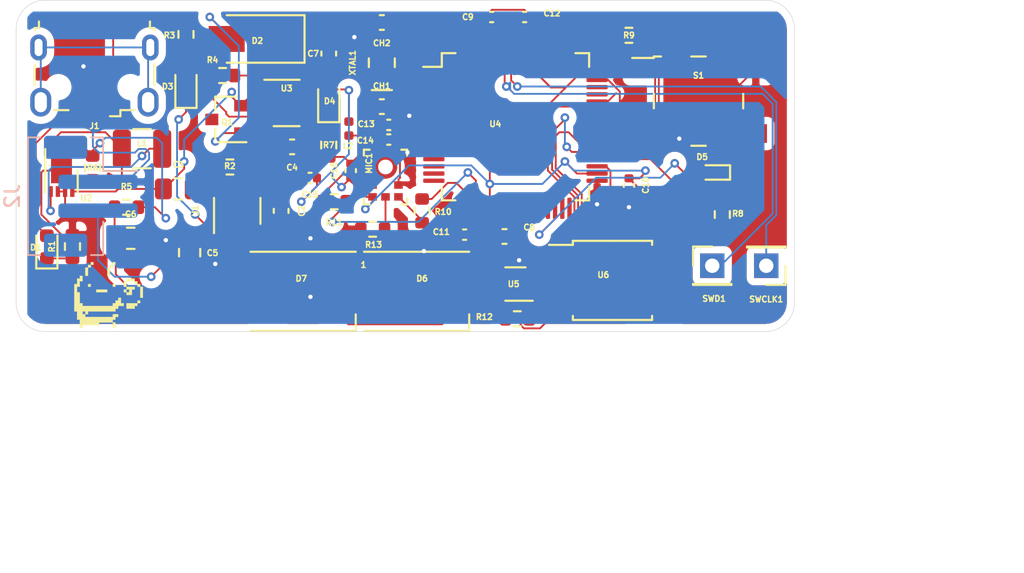
<source format=kicad_pcb>
(kicad_pcb (version 20171130) (host pcbnew 5.1.10-88a1d61d58~90~ubuntu20.04.1)
  (title_block (title "sweet little guy :) ") (date 2022-01-26) (rev v1.0) (comment 4 "Author: 1024bees"))
  (layers (0 Front signal) (1 In1.Cu signal) (2 In2.Cu signal) (31 Back power) (34 B.Paste user) (35 F.Paste user hide) (36 B.SilkS user) (37 F.SilkS user) (38 B.Mask user) (39 F.Mask user) (44 Edge.Cuts user))
  (net 0 "")
  (net 1 GND)
  (net 2 VUSB)
  (net 3 VIN)
  (net 4 VBATT)
  (net 5 +5V)
  (net 6 +3V3)
  (net 7 +3.3VA)
  (net 8 XIN32)
  (net 9 XOUT32)
  (net 10 "Net-(D1-Pad1)")
  (net 11 "Net-(D3-Pad2)")
  (net 12 "Net-(D3-Pad1)")
  (net 13 "Net-(D4-Pad1)")
  (net 14 "Net-(D5-Pad2)")
  (net 15 "Net-(D5-Pad1)")
  (net 16 "Net-(D6-Pad2)")
  (net 17 "Net-(D6-Pad4)")
  (net 18 "Net-(D7-Pad2)")
  (net 19 "Net-(J1-Pad6)")
  (net 20 "Net-(J1-Pad4)")
  (net 21 USB_D+)
  (net 22 USB_D-)
  (net 23 "Net-(L1-Pad2)")
  (net 24 "/MCU /I2S_SDI")
  (net 25 "Net-(MIC1-Pad4)")
  (net 26 "Net-(MIC1-Pad1)")
  (net 27 V_BATT)
  (net 28 "Net-(R2-Pad1)")
  (net 29 "Net-(R4-Pad1)")
  (net 30 "Net-(R5-Pad2)")
  (net 31 RESET)
  (net 32 "/MCU /I2S_WS")
  (net 33 /Periphals/I2S_BCLK)
  (net 34 "Net-(R12-Pad2)")
  (net 35 "Net-(S1-Pad4)")
  (net 36 "Net-(S1-Pad1)")
  (net 37 SWCLK)
  (net 38 SWD)
  (net 39 "Net-(U3-Pad4)")
  (net 40 "Net-(U4-Pad64)")
  (net 41 "Net-(U4-Pad63)")
  (net 42 "Net-(U4-Pad62)")
  (net 43 "Net-(U4-Pad61)")
  (net 44 "Net-(U4-Pad60)")
  (net 45 "Net-(U4-Pad59)")
  (net 46 "Net-(U4-Pad55)")
  (net 47 "/MCU /GPIOA27")
  (net 48 "Net-(U4-Pad50)")
  (net 49 "Net-(U4-Pad49)")
  (net 50 "/MCU /SC3P3")
  (net 51 "/MCU /SC3P2")
  (net 52 "/MCU /SC3P1")
  (net 53 /Periphals/LEDIN)
  (net 54 "Net-(U4-Pad42)")
  (net 55 "Net-(U4-Pad41)")
  (net 56 "Net-(U4-Pad40)")
  (net 57 "Net-(U4-Pad39)")
  (net 58 "/MCU /FLASH_DI")
  (net 59 /Periphals/FLASH_CE)
  (net 60 "/MCU /FLASH_SCK")
  (net 61 "/MCU /FLASH_DO")
  (net 62 "Net-(U4-Pad32)")
  (net 63 "Net-(U4-Pad31)")
  (net 64 "/MCU /GPIOA12")
  (net 65 "Net-(U4-Pad28)")
  (net 66 "Net-(U4-Pad27)")
  (net 67 "Net-(U4-Pad26)")
  (net 68 "Net-(U4-Pad25)")
  (net 69 "Net-(U4-Pad24)")
  (net 70 I2S_SDO)
  (net 71 I2S_MCK)
  (net 72 "Net-(U4-Pad16)")
  (net 73 "Net-(U4-Pad15)")
  (net 74 "Net-(U4-Pad14)")
  (net 75 "Net-(U4-Pad13)")
  (net 76 "Net-(U4-Pad12)")
  (net 77 "Net-(U4-Pad11)")
  (net 78 "Net-(U4-Pad10)")
  (net 79 "Net-(U4-Pad9)")
  (net 80 "Net-(U4-Pad6)")
  (net 81 "Net-(U4-Pad5)")
  (net 82 "Net-(U4-Pad4)")
  (net 83 "Net-(U4-Pad3)")
  (net 84 "Net-(U5-Pad1)")
  (net 85 "Net-(MIC1-Pad6)")
  (module logos:beefin (layer Front) (at 43.815 45.72)
    (fp_text reference G*** hide)
    (fp_text value LOGO hide)
  )
  (module Package_SO:SOIC-8_5.275x5.275mm_P1.27mm (layer Front) (at 79.375 44.45)
    (fp_text reference U6 (at -0.635 -0.381) (layer F.SilkS) (effects (font (size 0.4 0.4) (thickness 0.1))))
    (fp_text value SST25VF080B-50-4x-S2Ax)
    (pad 8 smd roundrect (at 3.6 -1.905) (size 1.6 0.6) (layers Front F.Paste F.Mask) (net 6 +3V3))
    (pad 7 smd roundrect (at 3.6 -0.635) (size 1.6 0.6) (layers Front F.Paste F.Mask) (net 34 "Net-(R12-Pad2)"))
    (pad 6 smd roundrect (at 3.6 0.635) (size 1.6 0.6) (layers Front F.Paste F.Mask) (net 60 "/MCU /FLASH_SCK"))
    (pad 5 smd roundrect (at 3.6 1.905) (size 1.6 0.6) (layers Front F.Paste F.Mask) (net 61 "/MCU /FLASH_DO"))
    (pad 4 smd roundrect (at -3.6 1.905) (size 1.6 0.6) (layers Front F.Paste F.Mask) (net 1 GND))
    (pad 3 smd roundrect (at -3.6 0.635) (size 1.6 0.6) (layers Front F.Paste F.Mask) (net 34 "Net-(R12-Pad2)"))
    (pad 2 smd roundrect (at -3.6 -0.635) (size 1.6 0.6) (layers Front F.Paste F.Mask) (net 58 "/MCU /FLASH_DI"))
    (pad 1 smd roundrect (at -3.6 -1.905) (size 1.6 0.6) (layers Front F.Paste F.Mask) (net 59 /Periphals/FLASH_CE))
  )
  (module Package_QFP:TQFP-64_10x10mm_P0.5mm (layer Front) (at 72.644 33.782)
    (fp_text reference U4 (at -1.397 -0.1905) (layer F.SilkS) (effects (font (size 0.4 0.4) (thickness 0.1))))
    (fp_text value ATSAMD51J20A-A)
    (pad 64 smd roundrect (at -3.75 -5.6625) (size 0.3 1.475) (layers Front F.Paste F.Mask) (net 40 "Net-(U4-Pad64)"))
    (pad 63 smd roundrect (at -3.25 -5.6625) (size 0.3 1.475) (layers Front F.Paste F.Mask) (net 41 "Net-(U4-Pad63)"))
    (pad 62 smd roundrect (at -2.75 -5.6625) (size 0.3 1.475) (layers Front F.Paste F.Mask) (net 42 "Net-(U4-Pad62)"))
    (pad 61 smd roundrect (at -2.25 -5.6625) (size 0.3 1.475) (layers Front F.Paste F.Mask) (net 43 "Net-(U4-Pad61)"))
    (pad 60 smd roundrect (at -1.75 -5.6625) (size 0.3 1.475) (layers Front F.Paste F.Mask) (net 44 "Net-(U4-Pad60)"))
    (pad 59 smd roundrect (at -1.25 -5.6625) (size 0.3 1.475) (layers Front F.Paste F.Mask) (net 45 "Net-(U4-Pad59)"))
    (pad 58 smd roundrect (at -0.75 -5.6625) (size 0.3 1.475) (layers Front F.Paste F.Mask) (net 38 SWD))
    (pad 57 smd roundrect (at -0.25 -5.6625) (size 0.3 1.475) (layers Front F.Paste F.Mask) (net 37 SWCLK))
    (pad 56 smd roundrect (at 0.25 -5.6625) (size 0.3 1.475) (layers Front F.Paste F.Mask) (net 6 +3V3))
    (pad 55 smd roundrect (at 0.75 -5.6625) (size 0.3 1.475) (layers Front F.Paste F.Mask) (net 46 "Net-(U4-Pad55)"))
    (pad 54 smd roundrect (at 1.25 -5.6625) (size 0.3 1.475) (layers Front F.Paste F.Mask) (net 1 GND))
    (pad 53 smd roundrect (at 1.75 -5.6625) (size 0.3 1.475) (layers Front F.Paste F.Mask) (net 6 +3V3))
    (pad 52 smd roundrect (at 2.25 -5.6625) (size 0.3 1.475) (layers Front F.Paste F.Mask) (net 31 RESET))
    (pad 51 smd roundrect (at 2.75 -5.6625) (size 0.3 1.475) (layers Front F.Paste F.Mask) (net 47 "/MCU /GPIOA27"))
    (pad 50 smd roundrect (at 3.25 -5.6625) (size 0.3 1.475) (layers Front F.Paste F.Mask) (net 48 "Net-(U4-Pad50)"))
    (pad 49 smd roundrect (at 3.75 -5.6625) (size 0.3 1.475) (layers Front F.Paste F.Mask) (net 49 "Net-(U4-Pad49)"))
    (pad 48 smd roundrect (at 5.6625 -3.75) (size 1.475 0.3) (layers Front F.Paste F.Mask) (net 6 +3V3))
    (pad 47 smd roundrect (at 5.6625 -3.25) (size 1.475 0.3) (layers Front F.Paste F.Mask) (net 1 GND))
    (pad 46 smd roundrect (at 5.6625 -2.75) (size 1.475 0.3) (layers Front F.Paste F.Mask) (net 50 "/MCU /SC3P3"))
    (pad 45 smd roundrect (at 5.6625 -2.25) (size 1.475 0.3) (layers Front F.Paste F.Mask) (net 51 "/MCU /SC3P2"))
    (pad 44 smd roundrect (at 5.6625 -1.75) (size 1.475 0.3) (layers Front F.Paste F.Mask) (net 52 "/MCU /SC3P1"))
    (pad 43 smd roundrect (at 5.6625 -1.25) (size 1.475 0.3) (layers Front F.Paste F.Mask) (net 53 /Periphals/LEDIN))
    (pad 42 smd roundrect (at 5.6625 -0.75) (size 1.475 0.3) (layers Front F.Paste F.Mask) (net 54 "Net-(U4-Pad42)"))
    (pad 41 smd roundrect (at 5.6625 -0.25) (size 1.475 0.3) (layers Front F.Paste F.Mask) (net 55 "Net-(U4-Pad41)"))
    (pad 40 smd roundrect (at 5.6625 0.25) (size 1.475 0.3) (layers Front F.Paste F.Mask) (net 56 "Net-(U4-Pad40)"))
    (pad 39 smd roundrect (at 5.6625 0.75) (size 1.475 0.3) (layers Front F.Paste F.Mask) (net 57 "Net-(U4-Pad39)"))
    (pad 38 smd roundrect (at 5.6625 1.25) (size 1.475 0.3) (layers Front F.Paste F.Mask) (net 58 "/MCU /FLASH_DI"))
    (pad 37 smd roundrect (at 5.6625 1.75) (size 1.475 0.3) (layers Front F.Paste F.Mask) (net 59 /Periphals/FLASH_CE))
    (pad 36 smd roundrect (at 5.6625 2.25) (size 1.475 0.3) (layers Front F.Paste F.Mask) (net 60 "/MCU /FLASH_SCK"))
    (pad 35 smd roundrect (at 5.6625 2.75) (size 1.475 0.3) (layers Front F.Paste F.Mask) (net 61 "/MCU /FLASH_DO"))
    (pad 34 smd roundrect (at 5.6625 3.25) (size 1.475 0.3) (layers Front F.Paste F.Mask) (net 6 +3V3))
    (pad 33 smd roundrect (at 5.6625 3.75) (size 1.475 0.3) (layers Front F.Paste F.Mask) (net 1 GND))
    (pad 32 smd roundrect (at 3.75 5.6625) (size 0.3 1.475) (layers Front F.Paste F.Mask) (net 62 "Net-(U4-Pad32)"))
    (pad 31 smd roundrect (at 3.25 5.6625) (size 0.3 1.475) (layers Front F.Paste F.Mask) (net 63 "Net-(U4-Pad31)"))
    (pad 30 smd roundrect (at 2.75 5.6625) (size 0.3 1.475) (layers Front F.Paste F.Mask) (net 14 "Net-(D5-Pad2)"))
    (pad 29 smd roundrect (at 2.25 5.6625) (size 0.3 1.475) (layers Front F.Paste F.Mask) (net 64 "/MCU /GPIOA12"))
    (pad 28 smd roundrect (at 1.75 5.6625) (size 0.3 1.475) (layers Front F.Paste F.Mask) (net 65 "Net-(U4-Pad28)"))
    (pad 27 smd roundrect (at 1.25 5.6625) (size 0.3 1.475) (layers Front F.Paste F.Mask) (net 66 "Net-(U4-Pad27)"))
    (pad 26 smd roundrect (at 0.75 5.6625) (size 0.3 1.475) (layers Front F.Paste F.Mask) (net 67 "Net-(U4-Pad26)"))
    (pad 25 smd roundrect (at 0.25 5.6625) (size 0.3 1.475) (layers Front F.Paste F.Mask) (net 68 "Net-(U4-Pad25)"))
    (pad 24 smd roundrect (at -0.25 5.6625) (size 0.3 1.475) (layers Front F.Paste F.Mask) (net 69 "Net-(U4-Pad24)"))
    (pad 23 smd roundrect (at -0.75 5.6625) (size 0.3 1.475) (layers Front F.Paste F.Mask) (net 24 "/MCU /I2S_SDI"))
    (pad 22 smd roundrect (at -1.25 5.6625) (size 0.3 1.475) (layers Front F.Paste F.Mask) (net 1 GND))
    (pad 21 smd roundrect (at -1.75 5.6625) (size 0.3 1.475) (layers Front F.Paste F.Mask) (net 6 +3V3))
    (pad 20 smd roundrect (at -2.25 5.6625) (size 0.3 1.475) (layers Front F.Paste F.Mask) (net 70 I2S_SDO))
    (pad 19 smd roundrect (at -2.75 5.6625) (size 0.3 1.475) (layers Front F.Paste F.Mask) (net 33 /Periphals/I2S_BCLK))
    (pad 18 smd roundrect (at -3.25 5.6625) (size 0.3 1.475) (layers Front F.Paste F.Mask) (net 32 "/MCU /I2S_WS"))
    (pad 17 smd roundrect (at -3.75 5.6625) (size 0.3 1.475) (layers Front F.Paste F.Mask) (net 71 I2S_MCK))
    (pad 16 smd roundrect (at -5.6625 3.75) (size 1.475 0.3) (layers Front F.Paste F.Mask) (net 72 "Net-(U4-Pad16)"))
    (pad 15 smd roundrect (at -5.6625 3.25) (size 1.475 0.3) (layers Front F.Paste F.Mask) (net 73 "Net-(U4-Pad15)"))
    (pad 14 smd roundrect (at -5.6625 2.75) (size 1.475 0.3) (layers Front F.Paste F.Mask) (net 74 "Net-(U4-Pad14)"))
    (pad 13 smd roundrect (at -5.6625 2.25) (size 1.475 0.3) (layers Front F.Paste F.Mask) (net 75 "Net-(U4-Pad13)"))
    (pad 12 smd roundrect (at -5.6625 1.75) (size 1.475 0.3) (layers Front F.Paste F.Mask) (net 76 "Net-(U4-Pad12)"))
    (pad 11 smd roundrect (at -5.6625 1.25) (size 1.475 0.3) (layers Front F.Paste F.Mask) (net 77 "Net-(U4-Pad11)"))
    (pad 10 smd roundrect (at -5.6625 0.75) (size 1.475 0.3) (layers Front F.Paste F.Mask) (net 78 "Net-(U4-Pad10)"))
    (pad 9 smd roundrect (at -5.6625 0.25) (size 1.475 0.3) (layers Front F.Paste F.Mask) (net 79 "Net-(U4-Pad9)"))
    (pad 8 smd roundrect (at -5.6625 -0.25) (size 1.475 0.3) (layers Front F.Paste F.Mask) (net 7 +3.3VA))
    (pad 7 smd roundrect (at -5.6625 -0.75) (size 1.475 0.3) (layers Front F.Paste F.Mask) (net 1 GND))
    (pad 6 smd roundrect (at -5.6625 -1.25) (size 1.475 0.3) (layers Front F.Paste F.Mask) (net 80 "Net-(U4-Pad6)"))
    (pad 5 smd roundrect (at -5.6625 -1.75) (size 1.475 0.3) (layers Front F.Paste F.Mask) (net 81 "Net-(U4-Pad5)"))
    (pad 4 smd roundrect (at -5.6625 -2.25) (size 1.475 0.3) (layers Front F.Paste F.Mask) (net 82 "Net-(U4-Pad4)"))
    (pad 3 smd roundrect (at -5.6625 -2.75) (size 1.475 0.3) (layers Front F.Paste F.Mask) (net 83 "Net-(U4-Pad3)"))
    (pad 2 smd roundrect (at -5.6625 -3.25) (size 1.475 0.3) (layers Front F.Paste F.Mask) (net 9 XOUT32))
    (pad 1 smd roundrect (at -5.6625 -3.75) (size 1.475 0.3) (layers Front F.Paste F.Mask) (net 8 XIN32))
  )
  (module Connector_PinHeader_2.54mm:PinHeader_1x01_P2.54mm_Vertical (layer Front) (at 86.2965 43.434)
    (fp_text reference SWD1 (at 0.127 2.286) (layer F.SilkS) (effects (font (size 0.4 0.4) (thickness 0.1))))
    (fp_text value Conn_01x01_Male)
    (pad 1 thru_hole rect (at 0 0) (size 1.7 1.7) (drill 1) (layers *.Cu *.Mask) (net 38 SWD))
  )
  (module Connector_JST:JST_PH_B2B-PH-SM4-TB_1x02-1MP_P2.00mm_Vertical (layer Back) (at 43.18 38.608 270)
    (fp_text reference J2 (at 0 5.45 90) (layer B.SilkS) (effects (justify mirror)))
    (fp_text value Conn_01x02_Male)
    (pad MP smd roundrect (at 3.4 1.75 270) (size 1.6 3) (layers Back B.Paste B.Mask) (roundrect_rratio 0.15625))
    (pad MP smd roundrect (at -3.4 1.75 270) (size 1.6 3) (layers Back B.Paste B.Mask) (roundrect_rratio 0.15625))
    (pad 2 smd roundrect (at 1 -0.5 270) (size 1 5.5) (layers Back B.Paste B.Mask) (net 4 VBATT))
    (pad 1 smd roundrect (at -1 -0.5 270) (size 1 5.5) (layers Back B.Paste B.Mask) (net 1 GND))
  )
  (module LED_SMD:LED_WS2812B_PLCC4_5.0x5.0mm_P3.2mm (layer Front) (at 57.912 45.212)
    (fp_text reference D7 (at -0.127 -0.889) (layer F.SilkS) (effects (font (size 0.4 0.4) (thickness 0.1))))
    (fp_text value WS2812B)
    (pad 1 smd rect (at -2.45 -1.6) (size 1.5 1) (layers Front F.Paste F.Mask) (net 5 +5V))
    (pad 2 smd rect (at -2.45 1.6) (size 1.5 1) (layers Front F.Paste F.Mask) (net 18 "Net-(D7-Pad2)"))
    (pad 4 smd rect (at 2.45 -1.6) (size 1.5 1) (layers Front F.Paste F.Mask) (net 16 "Net-(D6-Pad2)"))
    (pad 3 smd rect (at 2.45 1.6) (size 1.5 1) (layers Front F.Paste F.Mask) (net 1 GND))
  )
  (module Capacitor_SMD:C_0603_1608Metric (layer Front) (at 59.69 28.702 90)
    (fp_text reference C7 (at 0 -1.0795) (layer F.SilkS) (effects (font (size 0.4 0.4) (thickness 0.1))))
    (fp_text value 1u)
    (pad 2 smd roundrect (at 0.775 0 90) (size 0.9 0.95) (layers Front F.Paste F.Mask) (net 1 GND))
    (pad 1 smd roundrect (at -0.775 0 90) (size 0.9 0.95) (layers Front F.Paste F.Mask) (net 6 +3V3))
  )
  (module digikey-footprints:SMD-2_3.2x1.5mm (layer Front) (at 63.373 29.337 90)
    (fp_text reference XTAL1 (at 0 -2.03 90) (layer F.SilkS) (effects (font (size 0.4 0.4) (thickness 0.1))))
    (fp_text value ECS-_327-12_5-34B-TR)
    (pad 1 smd rect (at -1.205 0 90) (size 1.1 1.9) (layers Front F.Paste F.Mask) (net 8 XIN32))
    (pad 2 smd rect (at 1.205 0 90) (size 1.1 1.9) (layers Front F.Paste F.Mask) (net 9 XOUT32))
  )
  (module Package_TO_SOT_SMD:SOT-353_SC-70-5 (layer Front) (at 72.644 44.704 180)
    (fp_text reference U5 (at 0.127 0) (layer F.SilkS) (effects (font (size 0.4 0.4) (thickness 0.1))))
    (fp_text value SN74LV1T34DCK)
    (pad 5 smd rect (at 0.95 -0.65 180) (size 0.65 0.4) (layers Front F.Paste F.Mask) (net 5 +5V))
    (pad 4 smd rect (at 0.95 0.65 180) (size 0.65 0.4) (layers Front F.Paste F.Mask) (net 17 "Net-(D6-Pad4)"))
    (pad 2 smd rect (at -0.95 0 180) (size 0.65 0.4) (layers Front F.Paste F.Mask) (net 53 /Periphals/LEDIN))
    (pad 3 smd rect (at -0.95 0.65 180) (size 0.65 0.4) (layers Front F.Paste F.Mask) (net 1 GND))
    (pad 1 smd rect (at -0.95 -0.65 180) (size 0.65 0.4) (layers Front F.Paste F.Mask) (net 84 "Net-(U5-Pad1)"))
  )
  (module Package_TO_SOT_SMD:SOT-23-5 (layer Front) (at 56.769 32.131)
    (fp_text reference U3 (at 0 -1.016) (layer F.SilkS) (effects (font (size 0.4 0.4) (thickness 0.1))))
    (fp_text value AP2112K-3.3)
    (pad 5 smd rect (at 1.1 -0.95) (size 1.06 0.65) (layers Front F.Paste F.Mask) (net 6 +3V3))
    (pad 4 smd rect (at 1.1 0.95) (size 1.06 0.65) (layers Front F.Paste F.Mask) (net 39 "Net-(U3-Pad4)"))
    (pad 3 smd rect (at -1.1 0.95) (size 1.06 0.65) (layers Front F.Paste F.Mask) (net 29 "Net-(R4-Pad1)"))
    (pad 2 smd rect (at -1.1 0) (size 1.06 0.65) (layers Front F.Paste F.Mask) (net 1 GND))
    (pad 1 smd rect (at -1.1 -0.95) (size 1.06 0.65) (layers Front F.Paste F.Mask) (net 3 VIN))
  )
  (module Package_DFN_QFN:DFN-8-1EP_3x2mm_P0.5mm_EP1.75x1.45mm (layer Front) (at 41.148 36.83 270)
    (fp_text reference U2 (at 1.905 -1.7145 180) (layer F.SilkS) (effects (font (size 0.4 0.4) (thickness 0.1))))
    (fp_text value MCP1640BMC)
    (pad 9 smd rect (at 0 0 270) (size 1.75 1.45) (layers Front F.Mask) (net 1 GND))
    (pad 8 smd rect (at 1.45 -0.75 270) (size 0.75 0.3) (layers Front F.Paste F.Mask) (net 3 VIN))
    (pad 7 smd rect (at 1.45 -0.25 270) (size 0.75 0.3) (layers Front F.Paste F.Mask) (net 5 +5V))
    (pad 6 smd rect (at 1.45 0.25 270) (size 0.75 0.3) (layers Front F.Paste F.Mask) (net 5 +5V))
    (pad 5 smd rect (at 1.45 0.75 270) (size 0.75 0.3) (layers Front F.Paste F.Mask) (net 23 "Net-(L1-Pad2)"))
    (pad 4 smd rect (at -1.45 0.75 270) (size 0.75 0.3) (layers Front F.Paste F.Mask) (net 3 VIN))
    (pad 3 smd rect (at -1.45 0.25 270) (size 0.75 0.3) (layers Front F.Paste F.Mask) (net 1 GND))
    (pad 2 smd rect (at -1.45 -0.25 270) (size 0.75 0.3) (layers Front F.Paste F.Mask) (net 1 GND))
    (pad 1 smd rect (at -1.45 -0.75 270) (size 0.75 0.3) (layers Front F.Paste F.Mask) (net 30 "Net-(R5-Pad2)"))
  )
  (module Package_TO_SOT_SMD:SOT-23-5 (layer Front) (at 53.34 39.624 90)
    (fp_text reference U1 (at 0 -2.9 90) (layer F.SilkS) (effects (font (size 0.4 0.4) (thickness 0.1))))
    (fp_text value MCP73831-2-OT)
    (pad 5 smd rect (at 1.1 -0.95 90) (size 1.06 0.65) (layers Front F.Paste F.Mask) (net 28 "Net-(R2-Pad1)"))
    (pad 4 smd rect (at 1.1 0.95 90) (size 1.06 0.65) (layers Front F.Paste F.Mask) (net 2 VUSB))
    (pad 3 smd rect (at -1.1 0.95 90) (size 1.06 0.65) (layers Front F.Paste F.Mask) (net 4 VBATT))
    (pad 2 smd rect (at -1.1 0 90) (size 1.06 0.65) (layers Front F.Paste F.Mask) (net 1 GND))
    (pad 1 smd rect (at -1.1 -0.95 90) (size 1.06 0.65) (layers Front F.Paste F.Mask) (net 12 "Net-(D3-Pad1)"))
  )
  (module Connector_PinHeader_2.54mm:PinHeader_1x01_P2.54mm_Vertical (layer Front) (at 90.043 43.434 180)
    (fp_text reference SWCLK1 (at 0 -2.33) (layer F.SilkS) (effects (font (size 0.4 0.4) (thickness 0.1))))
    (fp_text value Conn_01x01_Male hide)
    (pad 1 thru_hole rect (at 0 0 180) (size 1.7 1.7) (drill 1) (layers *.Cu *.Mask) (net 37 SWCLK))
  )
  (module digikey-footprints:Switch_Tactile_SMD_6x6mm_PTS645 (layer Front) (at 85.344 32.004)
    (fp_text reference S1 (at 0 -1.778) (layer F.SilkS) (effects (font (size 0.4 0.4) (thickness 0.1))))
    (fp_text value PTS645SM43SMTR92_LFS)
    (pad 4 smd rect (at 3.975 2.25) (size 1.55 1.3) (layers Front F.Paste F.Mask) (net 35 "Net-(S1-Pad4)"))
    (pad 3 smd rect (at -3.975 2.25) (size 1.55 1.3) (layers Front F.Paste F.Mask) (net 31 RESET))
    (pad 2 smd rect (at 3.975 -2.25) (size 1.55 1.3) (layers Front F.Paste F.Mask) (net 1 GND))
    (pad 1 smd rect (at -3.975 -2.25) (size 1.55 1.3) (layers Front F.Paste F.Mask) (net 36 "Net-(S1-Pad1)"))
  )
  (module Resistor_SMD:R_0603_1608Metric (layer Front) (at 62.738 40.894)
    (fp_text reference R13 (at 0.0635 1.0795) (layer F.SilkS) (effects (font (size 0.4 0.4) (thickness 0.1))))
    (fp_text value 100k)
    (pad 2 smd roundrect (at 0.825 0) (size 0.8 0.95) (layers Front F.Paste F.Mask) (net 85 "Net-(MIC1-Pad6)"))
    (pad 1 smd roundrect (at -0.825 0) (size 0.8 0.95) (layers Front F.Paste F.Mask) (net 1 GND))
  )
  (module Resistor_SMD:R_0603_1608Metric (layer Front) (at 72.771 47.117)
    (fp_text reference R12 (at -2.286 -0.127) (layer F.SilkS) (effects (font (size 0.4 0.4) (thickness 0.1))))
    (fp_text value 100k)
    (pad 2 smd roundrect (at 0.825 0) (size 0.8 0.95) (layers Front F.Paste F.Mask) (net 34 "Net-(R12-Pad2)"))
    (pad 1 smd roundrect (at -0.825 0) (size 0.8 0.95) (layers Front F.Paste F.Mask) (net 6 +3V3))
  )
  (module Resistor_SMD:R_0603_1608Metric (layer Front) (at 60.071 38.989 180)
    (fp_text reference R11 (at 0 -1.43) (layer F.SilkS) (effects (font (size 0.4 0.4) (thickness 0.1))))
    (fp_text value 25)
    (pad 2 smd roundrect (at 0.825 0 180) (size 0.8 0.95) (layers Front F.Paste F.Mask) (net 25 "Net-(MIC1-Pad4)"))
    (pad 1 smd roundrect (at -0.825 0 180) (size 0.8 0.95) (layers Front F.Paste F.Mask) (net 33 /Periphals/I2S_BCLK))
  )
  (module Resistor_SMD:R_0603_1608Metric (layer Front) (at 66.167 39.624 90)
    (fp_text reference R10 (at -0.0635 1.4605) (layer F.SilkS) (effects (font (size 0.4 0.4) (thickness 0.1))))
    (fp_text value 25)
    (pad 2 smd roundrect (at 0.825 0 90) (size 0.8 0.95) (layers Front F.Paste F.Mask) (net 32 "/MCU /I2S_WS"))
    (pad 1 smd roundrect (at -0.825 0 90) (size 0.8 0.95) (layers Front F.Paste F.Mask) (net 26 "Net-(MIC1-Pad1)"))
  )
  (module Resistor_SMD:R_0603_1608Metric (layer Front) (at 80.518 27.432)
    (fp_text reference R9 (at 0 0) (layer F.SilkS) (effects (font (size 0.4 0.4) (thickness 0.1))))
    (fp_text value 10k)
    (pad 2 smd roundrect (at 0.825 0) (size 0.8 0.95) (layers Front F.Paste F.Mask) (net 31 RESET))
    (pad 1 smd roundrect (at -0.825 0) (size 0.8 0.95) (layers Front F.Paste F.Mask) (net 6 +3V3))
  )
  (module Resistor_SMD:R_0603_1608Metric (layer Front) (at 86.995 39.878 270)
    (fp_text reference R8 (at -0.0635 -1.0795) (layer F.SilkS) (effects (font (size 0.4 0.4) (thickness 0.1))))
    (fp_text value 10k)
    (pad 2 smd roundrect (at 0.825 0 270) (size 0.8 0.95) (layers Front F.Paste F.Mask) (net 1 GND))
    (pad 1 smd roundrect (at -0.825 0 270) (size 0.8 0.95) (layers Front F.Paste F.Mask) (net 15 "Net-(D5-Pad1)"))
  )
  (module Resistor_SMD:R_0603_1608Metric (layer Front) (at 59.69 35.052 270)
    (fp_text reference R7 (at 0 0 180) (layer F.SilkS) (effects (font (size 0.4 0.4) (thickness 0.1))))
    (fp_text value 1k5)
    (pad 2 smd roundrect (at 0.825 0 270) (size 0.8 0.95) (layers Front F.Paste F.Mask) (net 1 GND))
    (pad 1 smd roundrect (at -0.825 0 270) (size 0.8 0.95) (layers Front F.Paste F.Mask) (net 13 "Net-(D4-Pad1)"))
  )
  (module Resistor_SMD:R_0603_1608Metric (layer Front) (at 43.307 36.64 270)
    (fp_text reference R6 (at 0 0) (layer F.SilkS) (effects (font (size 0.4 0.4) (thickness 0.1))))
    (fp_text value 309k)
    (pad 1 smd roundrect (at -0.825 0 270) (size 0.8 0.95) (layers Front F.Paste F.Mask) (net 30 "Net-(R5-Pad2)"))
    (pad 2 smd roundrect (at 0.825 0 270) (size 0.8 0.95) (layers Front F.Paste F.Mask) (net 1 GND))
  )
  (module Resistor_SMD:R_0603_1608Metric (layer Front) (at 45.657 39.37)
    (fp_text reference R5 (at 0 -1.43) (layer F.SilkS) (effects (font (size 0.4 0.4) (thickness 0.1))))
    (fp_text value 976k)
    (pad 2 smd roundrect (at 0.825 0) (size 0.8 0.95) (layers Front F.Paste F.Mask) (net 30 "Net-(R5-Pad2)"))
    (pad 1 smd roundrect (at -0.825 0) (size 0.8 0.95) (layers Front F.Paste F.Mask) (net 5 +5V))
  )
  (module Resistor_SMD:R_0603_1608Metric (layer Front) (at 52.324 30.226)
    (fp_text reference R4 (at -0.6985 -1.0795) (layer F.SilkS) (effects (font (size 0.4 0.4) (thickness 0.1))))
    (fp_text value 1k5)
    (pad 2 smd roundrect (at 0.825 0) (size 0.8 0.95) (layers Front F.Paste F.Mask) (net 3 VIN))
    (pad 1 smd roundrect (at -0.825 0) (size 0.8 0.95) (layers Front F.Paste F.Mask) (net 29 "Net-(R4-Pad1)"))
  )
  (module Resistor_SMD:R_0603_1608Metric (layer Front) (at 49.784 27.369 90)
    (fp_text reference R3 (at -0.063 -1.143) (layer F.SilkS) (effects (font (size 0.4 0.4) (thickness 0.1))))
    (fp_text value 1k5)
    (pad 2 smd roundrect (at 0.825 0 90) (size 0.8 0.95) (layers Front F.Paste F.Mask) (net 2 VUSB))
    (pad 1 smd roundrect (at -0.825 0 90) (size 0.8 0.95) (layers Front F.Paste F.Mask) (net 11 "Net-(D3-Pad2)"))
  )
  (module Resistor_SMD:R_0603_1608Metric (layer Front) (at 52.832 36.576 180)
    (fp_text reference R2 (at 0 0.0635) (layer F.SilkS) (effects (font (size 0.4 0.4) (thickness 0.1))))
    (fp_text value 2k)
    (pad 2 smd roundrect (at 0.825 0 180) (size 0.8 0.95) (layers Front F.Paste F.Mask) (net 1 GND))
    (pad 1 smd roundrect (at -0.825 0 180) (size 0.8 0.95) (layers Front F.Paste F.Mask) (net 28 "Net-(R2-Pad1)"))
  )
  (module Resistor_SMD:R_0603_1608Metric (layer Front) (at 41.91 42.101 90)
    (fp_text reference R1 (at 0 -1.43 90) (layer F.SilkS) (effects (font (size 0.4 0.4) (thickness 0.1))))
    (fp_text value 1k5)
    (pad 2 smd roundrect (at 0.825 0 90) (size 0.8 0.95) (layers Front F.Paste F.Mask) (net 1 GND))
    (pad 1 smd roundrect (at -0.825 0 90) (size 0.8 0.95) (layers Front F.Paste F.Mask) (net 10 "Net-(D1-Pad1)"))
  )
  (module Package_TO_SOT_SMD:SOT-23 (layer Front) (at 52.578 33.274 180)
    (fp_text reference Q1 (at -0.0635 -0.1905) (layer F.SilkS) (effects (font (size 0.4 0.4) (thickness 0.1))))
    (fp_text value AO3401A)
    (pad 3 smd rect (at 1 0 180) (size 0.9 0.8) (layers Front F.Paste F.Mask) (net 27 V_BATT))
    (pad 2 smd rect (at -1 0.95 180) (size 0.9 0.8) (layers Front F.Paste F.Mask) (net 3 VIN))
    (pad 1 smd rect (at -1 -0.95 180) (size 0.9 0.8) (layers Front F.Paste F.Mask) (net 2 VUSB))
  )
  (module digikey-footprints:SPH0645LM4H-B (layer Front) (at 63.627 36.576 180)
    (fp_text reference MIC1 (at 1.143 0.254 270) (layer F.SilkS) (effects (font (size 0.4 0.4) (thickness 0.1))))
    (fp_text value SPH0645LM4H-B)
    (fp_circle (center 0 0) (end 0.662 0) (layer Front) (width 0.3))
    (pad 6 smd rect (at 0 -2.074 180) (size 0.6 0.522) (layers Front F.Paste F.Mask) (net 85 "Net-(MIC1-Pad6)"))
    (pad 5 smd rect (at 0.9 -2.074 180) (size 0.6 0.522) (layers Front F.Paste F.Mask) (net 6 +3V3))
    (pad 4 smd rect (at 0.9 -1.252 180) (size 0.6 0.522) (layers Front F.Paste F.Mask) (net 25 "Net-(MIC1-Pad4)"))
    (pad 2 smd rect (at -0.9 -1.252 180) (size 0.6 0.522) (layers Front F.Paste F.Mask) (net 1 GND))
    (pad "" np_thru_hole circle (at 0 0 180) (size 0.325 0.325) (drill 0.325) (layers *.Cu *.Mask))
    (pad 1 smd rect (at -0.9 -2.074 180) (size 0.6 0.522) (layers Front F.Paste F.Mask) (net 26 "Net-(MIC1-Pad1)"))
    (pad 3 smd circle (at 0.662 0 180) (size 0.3 0.3) (layers Front F.Paste F.Mask) (net 1 GND))
    (pad 3 smd circle (at -0.662 0 180) (size 0.3 0.3) (layers Front F.Paste F.Mask) (net 1 GND))
    (pad 3 smd circle (at 0 -0.662 180) (size 0.3 0.3) (layers Front F.Paste F.Mask) (net 1 GND))
    (pad 3 smd circle (at 0 0.662 180) (size 0.3 0.3) (layers Front F.Paste F.Mask) (net 1 GND))
  )
  (module Inductor_SMD:L_0402_1005Metric (layer Front) (at 61.087 33.909 270)
    (fp_text reference L2 (at 1.2065 0.0635 180) (layer F.SilkS) (effects (font (size 0.4 0.4) (thickness 0.1))))
    (fp_text value 27n)
    (pad 2 smd roundrect (at 0.485 0 270) (size 0.59 0.64) (layers Front F.Paste F.Mask) (net 7 +3.3VA))
    (pad 1 smd roundrect (at -0.485 0 270) (size 0.59 0.64) (layers Front F.Paste F.Mask) (net 6 +3V3))
  )
  (module Inductor_SMD:L_1210_3225Metric (layer Front) (at 46.736 35.306)
    (fp_text reference L1 (at 0 -0.381) (layer F.SilkS) (effects (font (size 0.4 0.4) (thickness 0.1))))
    (fp_text value 4.7uH)
    (pad 2 smd roundrect (at 1.4 0) (size 1.25 2.65) (layers Front F.Paste F.Mask) (roundrect_rratio 0.2) (net 23 "Net-(L1-Pad2)"))
    (pad 1 smd roundrect (at -1.4 0) (size 1.25 2.65) (layers Front F.Paste F.Mask) (roundrect_rratio 0.2) (net 3 VIN))
  )
  (module Connector_USB:USB_Micro-B_Wuerth_629105150521 (layer Front) (at 43.434 30.226 180)
    (fp_text reference J1 (at 0 -3.5) (layer F.SilkS) (effects (font (size 0.4 0.4) (thickness 0.1))))
    (fp_text value USB_B_Micro)
    (pad "" np_thru_hole oval (at 2.5 -0.8 180) (size 0.8 0.8) (drill 0.8) (layers *.Cu *.Mask))
    (pad "" np_thru_hole oval (at -2.5 -0.8 180) (size 0.8 0.8) (drill 0.8) (layers *.Cu *.Mask))
    (pad 6 thru_hole oval (at 3.875 1.95 180) (size 1.15 1.8) (drill oval 0.55 1.2) (layers *.Cu *.Mask) (net 19 "Net-(J1-Pad6)"))
    (pad 6 thru_hole oval (at -3.875 1.95 180) (size 1.15 1.8) (drill oval 0.55 1.2) (layers *.Cu *.Mask) (net 19 "Net-(J1-Pad6)"))
    (pad 6 thru_hole oval (at 3.725 -1.85 180) (size 1.45 2) (drill oval 0.85 1.4) (layers *.Cu *.Mask) (net 19 "Net-(J1-Pad6)"))
    (pad 6 thru_hole oval (at -3.725 -1.85 180) (size 1.45 2) (drill oval 0.85 1.4) (layers *.Cu *.Mask) (net 19 "Net-(J1-Pad6)"))
    (pad 5 smd rect (at 1.3 -1.9 180) (size 0.45 1.3) (layers Front F.Paste F.Mask) (net 1 GND))
    (pad 4 smd rect (at 0.65 -1.9 180) (size 0.45 1.3) (layers Front F.Paste F.Mask) (net 20 "Net-(J1-Pad4)"))
    (pad 3 smd rect (at 0 -1.9 180) (size 0.45 1.3) (layers Front F.Paste F.Mask) (net 21 USB_D+))
    (pad 2 smd rect (at -0.65 -1.9 180) (size 0.45 1.3) (layers Front F.Paste F.Mask) (net 22 USB_D-))
    (pad 1 smd rect (at -1.3 -1.9 180) (size 0.45 1.3) (layers Front F.Paste F.Mask) (net 2 VUSB))
  )
  (module LED_SMD:LED_WS2812B_PLCC4_5.0x5.0mm_P3.2mm (layer Front) (at 65.786 45.212)
    (fp_text reference D6 (at 0.381 -0.889) (layer F.SilkS) (effects (font (size 0.4 0.4) (thickness 0.1))))
    (fp_text value WS2812B)
    (fp_text user 1 (at -3.683 -1.8415) (layer F.SilkS) (effects (font (size 0.4 0.4) (thickness 0.1))))
    (pad 1 smd rect (at -2.45 -1.6) (size 1.5 1) (layers Front F.Paste F.Mask) (net 5 +5V))
    (pad 2 smd rect (at -2.45 1.6) (size 1.5 1) (layers Front F.Paste F.Mask) (net 16 "Net-(D6-Pad2)"))
    (pad 4 smd rect (at 2.45 -1.6) (size 1.5 1) (layers Front F.Paste F.Mask) (net 17 "Net-(D6-Pad4)"))
    (pad 3 smd rect (at 2.45 1.6) (size 1.5 1) (layers Front F.Paste F.Mask) (net 1 GND))
  )
  (module digikey-footprints:LED_0603 (layer Front) (at 86.233 36.957 180)
    (fp_text reference D5 (at 0.635 1.0795) (layer F.SilkS) (effects (font (size 0.4 0.4) (thickness 0.1))))
    (fp_text value LTST-C190GKT)
    (pad 2 smd rect (at 0.75 0 180) (size 0.8 0.8) (layers Front F.Paste F.Mask) (net 14 "Net-(D5-Pad2)"))
    (pad 1 smd rect (at -0.75 0 180) (size 0.8 0.8) (layers Front F.Paste F.Mask) (net 15 "Net-(D5-Pad1)"))
  )
  (module LED_SMD:LED_0603_1608Metric (layer Front) (at 59.69 31.9785 90)
    (fp_text reference D4 (at -0.0255 0.0635 180) (layer F.SilkS) (effects (font (size 0.4 0.4) (thickness 0.1))))
    (fp_text value GREEN)
    (pad 2 smd roundrect (at 0.7875 0 90) (size 0.875 0.95) (layers Front F.Paste F.Mask) (net 6 +3V3))
    (pad 1 smd roundrect (at -0.7875 0 90) (size 0.875 0.95) (layers Front F.Paste F.Mask) (net 13 "Net-(D4-Pad1)"))
  )
  (module LED_SMD:LED_0603_1608Metric (layer Front) (at 49.784 30.988 90)
    (fp_text reference D3 (at 0 -1.27) (layer F.SilkS) (effects (font (size 0.4 0.4) (thickness 0.1))))
    (fp_text value RED)
    (pad 2 smd roundrect (at 0.7875 0 90) (size 0.875 0.95) (layers Front F.Paste F.Mask) (net 11 "Net-(D3-Pad2)"))
    (pad 1 smd roundrect (at -0.7875 0 90) (size 0.875 0.95) (layers Front F.Paste F.Mask) (net 12 "Net-(D3-Pad1)"))
  )
  (module Diode_SMD:D_SMA (layer Front) (at 54.61 27.686 180)
    (fp_text reference D2 (at -0.127 -0.127) (layer F.SilkS) (effects (font (size 0.4 0.4) (thickness 0.1))))
    (fp_text value B120-E3)
    (pad 2 smd rect (at 2 0 180) (size 2.5 1.8) (layers Front F.Paste F.Mask) (net 2 VUSB))
    (pad 1 smd rect (at -2 0 180) (size 2.5 1.8) (layers Front F.Paste F.Mask) (net 3 VIN))
  )
  (module LED_SMD:LED_0603_1608Metric (layer Front) (at 40.132 42.1385 90)
    (fp_text reference D1 (at -0.0255 -0.762) (layer F.SilkS) (effects (font (size 0.4 0.4) (thickness 0.1))))
    (fp_text value RED)
    (pad 2 smd roundrect (at 0.7875 0 90) (size 0.875 0.95) (layers Front F.Paste F.Mask) (net 2 VUSB))
    (pad 1 smd roundrect (at -0.7875 0 90) (size 0.875 0.95) (layers Front F.Paste F.Mask) (net 10 "Net-(D1-Pad1)"))
  )
  (module Capacitor_SMD:C_0603_1608Metric (layer Front) (at 63.373 26.543 180)
    (fp_text reference CH2 (at 0 -1.43) (layer F.SilkS) (effects (font (size 0.4 0.4) (thickness 0.1))))
    (fp_text value 15pf)
    (pad 2 smd roundrect (at 0.775 0 180) (size 0.9 0.95) (layers Front F.Paste F.Mask) (net 1 GND))
    (pad 1 smd roundrect (at -0.775 0 180) (size 0.9 0.95) (layers Front F.Paste F.Mask) (net 9 XOUT32))
  )
  (module Capacitor_SMD:C_0603_1608Metric (layer Front) (at 63.373 32.385)
    (fp_text reference CH1 (at 0 -1.43) (layer F.SilkS) (effects (font (size 0.4 0.4) (thickness 0.1))))
    (fp_text value 15pf)
    (pad 2 smd roundrect (at 0.775 0) (size 0.9 0.95) (layers Front F.Paste F.Mask) (net 1 GND))
    (pad 1 smd roundrect (at -0.775 0) (size 0.9 0.95) (layers Front F.Paste F.Mask) (net 8 XIN32))
  )
  (module Capacitor_SMD:C_0402_1005Metric (layer Front) (at 61.214 36.83 90)
    (fp_text reference C16 (at 0 -1.16 90) (layer F.SilkS) (effects (font (size 0.4 0.4) (thickness 0.1))))
    (fp_text value 100n)
    (pad 2 smd roundrect (at 0.48 0 90) (size 0.56 0.62) (layers Front F.Paste F.Mask) (net 1 GND))
    (pad 1 smd roundrect (at -0.48 0 90) (size 0.56 0.62) (layers Front F.Paste F.Mask) (net 6 +3V3))
  )
  (module Capacitor_SMD:C_0402_1005Metric (layer Front) (at 58.392 37.338 180)
    (fp_text reference C15 (at 0 -1.16) (layer F.SilkS) (effects (font (size 0.4 0.4) (thickness 0.1))))
    (fp_text value 100n)
    (pad 2 smd roundrect (at 0.48 0 180) (size 0.56 0.62) (layers Front F.Paste F.Mask) (net 1 GND))
    (pad 1 smd roundrect (at -0.48 0 180) (size 0.56 0.62) (layers Front F.Paste F.Mask) (net 6 +3V3))
  )
  (module Capacitor_SMD:C_0402_1005Metric (layer Front) (at 63.853 34.671 180)
    (fp_text reference C14 (at 1.623 -0.0635) (layer F.SilkS) (effects (font (size 0.4 0.4) (thickness 0.1))))
    (fp_text value 100n)
    (pad 2 smd roundrect (at 0.48 0 180) (size 0.56 0.62) (layers Front F.Paste F.Mask) (net 1 GND))
    (pad 1 smd roundrect (at -0.48 0 180) (size 0.56 0.62) (layers Front F.Paste F.Mask) (net 7 +3.3VA))
  )
  (module Capacitor_SMD:C_0402_1005Metric (layer Front) (at 63.853 33.655)
    (fp_text reference C13 (at -1.5595 -0.0635) (layer F.SilkS) (effects (font (size 0.4 0.4) (thickness 0.1))))
    (fp_text value 1u)
    (pad 2 smd roundrect (at 0.48 0) (size 0.56 0.62) (layers Front F.Paste F.Mask) (net 1 GND))
    (pad 1 smd roundrect (at -0.48 0) (size 0.56 0.62) (layers Front F.Paste F.Mask) (net 7 +3.3VA))
  )
  (module Capacitor_SMD:C_0402_1005Metric (layer Front) (at 73.279 26.162)
    (fp_text reference C12 (at 1.905 -0.254) (layer F.SilkS) (effects (font (size 0.4 0.4) (thickness 0.1))))
    (fp_text value 100n)
    (pad 2 smd roundrect (at 0.48 0) (size 0.56 0.62) (layers Front F.Paste F.Mask) (net 1 GND))
    (pad 1 smd roundrect (at -0.48 0) (size 0.56 0.62) (layers Front F.Paste F.Mask) (net 6 +3V3))
  )
  (module Capacitor_SMD:C_0402_1005Metric (layer Front) (at 69.116 41.275 180)
    (fp_text reference C11 (at 1.6155 0.1905) (layer F.SilkS) (effects (font (size 0.4 0.4) (thickness 0.1))))
    (fp_text value 100n)
    (pad 2 smd roundrect (at 0.48 0 180) (size 0.56 0.62) (layers Front F.Paste F.Mask) (net 1 GND))
    (pad 1 smd roundrect (at -0.48 0 180) (size 0.56 0.62) (layers Front F.Paste F.Mask) (net 6 +3V3))
  )
  (module Capacitor_SMD:C_0402_1005Metric (layer Front) (at 80.518 37.846 270)
    (fp_text reference C10 (at 0 -1.16 90) (layer F.SilkS) (effects (font (size 0.4 0.4) (thickness 0.1))))
    (fp_text value 100n)
    (pad 2 smd roundrect (at 0.48 0 270) (size 0.56 0.62) (layers Front F.Paste F.Mask) (net 1 GND))
    (pad 1 smd roundrect (at -0.48 0 270) (size 0.56 0.62) (layers Front F.Paste F.Mask) (net 6 +3V3))
  )
  (module Capacitor_SMD:C_0402_1005Metric (layer Front) (at 70.993 26.162 180)
    (fp_text reference C9 (at 1.651 0) (layer F.SilkS) (effects (font (size 0.4 0.4) (thickness 0.1))))
    (fp_text value 100n)
    (pad 2 smd roundrect (at 0.48 0 180) (size 0.56 0.62) (layers Front F.Paste F.Mask) (net 1 GND))
    (pad 1 smd roundrect (at -0.48 0 180) (size 0.56 0.62) (layers Front F.Paste F.Mask) (net 6 +3V3))
  )
  (module Capacitor_SMD:C_0603_1608Metric (layer Front) (at 71.882 41.402)
    (fp_text reference C8 (at 1.7145 -0.635) (layer F.SilkS) (effects (font (size 0.4 0.4) (thickness 0.1))))
    (fp_text value 4u7)
    (pad 2 smd roundrect (at 0.775 0) (size 0.9 0.95) (layers Front F.Paste F.Mask) (net 1 GND))
    (pad 1 smd roundrect (at -0.775 0) (size 0.9 0.95) (layers Front F.Paste F.Mask) (net 6 +3V3))
  )
  (module Capacitor_SMD:C_0805_2012Metric_Pad1.18x1.45mm_HandSolder (layer Front) (at 45.9525 41.529)
    (fp_text reference C6 (at 0 -1.68) (layer F.SilkS) (effects (font (size 0.4 0.4) (thickness 0.1))))
    (fp_text value 10uF)
    (pad 2 smd roundrect (at 1.0375 0) (size 1.175 1.45) (layers Front F.Paste F.Mask) (roundrect_rratio 0.2127659574468085) (net 1 GND))
    (pad 1 smd roundrect (at -1.0375 0) (size 1.175 1.45) (layers Front F.Paste F.Mask) (roundrect_rratio 0.2127659574468085) (net 5 +5V))
  )
  (module Capacitor_SMD:C_0805_2012Metric_Pad1.18x1.45mm_HandSolder (layer Front) (at 50.038 42.5235 270)
    (fp_text reference C5 (at 0.0215 -1.5875) (layer F.SilkS) (effects (font (size 0.4 0.4) (thickness 0.1))))
    (fp_text value 4.7u)
    (pad 2 smd roundrect (at 1.0375 0 270) (size 1.175 1.45) (layers Front F.Paste F.Mask) (roundrect_rratio 0.2127659574468085) (net 1 GND))
    (pad 1 smd roundrect (at -1.0375 0 270) (size 1.175 1.45) (layers Front F.Paste F.Mask) (roundrect_rratio 0.2127659574468085) (net 4 VBATT))
  )
  (module Capacitor_SMD:C_0603_1608Metric (layer Front) (at 57.15 35.179 180)
    (fp_text reference C4 (at 0 -1.43) (layer F.SilkS) (effects (font (size 0.4 0.4) (thickness 0.1))))
    (fp_text value 1u)
    (pad 2 smd roundrect (at 0.775 0 180) (size 0.9 0.95) (layers Front F.Paste F.Mask) (net 1 GND))
    (pad 1 smd roundrect (at -0.775 0 180) (size 0.9 0.95) (layers Front F.Paste F.Mask) (net 3 VIN))
  )
  (module Capacitor_SMD:C_0805_2012Metric_Pad1.18x1.45mm_HandSolder (layer Front) (at 49.2545 38.1)
    (fp_text reference C3 (at 0 -1.68) (layer F.SilkS) (effects (font (size 0.4 0.4) (thickness 0.1))))
    (fp_text value 4.7u)
    (pad 2 smd roundrect (at 1.0375 0) (size 1.175 1.45) (layers Front F.Paste F.Mask) (roundrect_rratio 0.2127659574468085) (net 1 GND))
    (pad 1 smd roundrect (at -1.0375 0) (size 1.175 1.45) (layers Front F.Paste F.Mask) (roundrect_rratio 0.2127659574468085) (net 3 VIN))
  )
  (module Capacitor_SMD:C_0603_1608Metric (layer Front) (at 56.388 39.624 270)
    (fp_text reference C2 (at 0 -1.43 90) (layer F.SilkS) (effects (font (size 0.4 0.4) (thickness 0.1))))
    (fp_text value 1u)
    (pad 2 smd roundrect (at 0.775 0 270) (size 0.9 0.95) (layers Front F.Paste F.Mask) (net 1 GND))
    (pad 1 smd roundrect (at -0.775 0 270) (size 0.9 0.95) (layers Front F.Paste F.Mask) (net 2 VUSB))
  )
  (gr_line (start 38 27) (end 38 46) (layer Edge.Cuts) (width 0.0381))
  (gr_line (start 90 25) (end 40 25) (layer Edge.Cuts) (width 0.0381))
  (gr_line (start 92 46) (end 92 27) (layer Edge.Cuts) (width 0.0381))
  (gr_line (start 40 48) (end 90 48) (layer Edge.Cuts) (width 0.0381))
  (gr_arc (start 40 27) (end 40 25) (angle -90) (layer Edge.Cuts) (width 0.0381))
  (gr_arc (start 90 27) (end 92 27) (angle -90) (layer Edge.Cuts) (width 0.0381))
  (gr_arc (start 90 46) (end 90 48) (angle -90) (layer Edge.Cuts) (width 0.0381))
  (gr_arc (start 40 46) (end 38 46) (angle -90) (layer Edge.Cuts) (width 0.0381))
  (segment (start 66.56 33.032) (end 66.9815 33.032) (width 0.127) (layer Front) (net 1))
  (segment (start 65.429 32.131) (end 64.148 32.131) (width 0.127) (layer Front) (net 1))
  (segment (start 41.398 35.38) (end 41.398 35.012098) (width 0.127) (layer Front) (net 1))
  (segment (start 41.398 36.58) (end 41.148 36.83) (width 0.127) (layer Front) (net 1))
  (segment (start 41.398 35.38) (end 41.398 36.58) (width 0.127) (layer Front) (net 1))
  (segment (start 50.483 38.1) (end 52.007 36.576) (width 0.127) (layer Front) (net 1))
  (segment (start 50.292 38.1) (end 50.483 38.1) (width 0.127) (layer Front) (net 1))
  (segment (start 43.307 37.465) (end 43.434 37.465) (width 0.127) (layer Front) (net 1))
  (segment (start 41.783 37.465) (end 41.148 36.83) (width 0.127) (layer Front) (net 1))
  (segment (start 43.307 37.465) (end 41.783 37.465) (width 0.127) (layer Front) (net 1))
  (segment (start 41.149 41.276) (end 41.91 41.276) (width 0.127) (layer Front) (net 1))
  (segment (start 39.751 36.957) (end 39.751 39.878) (width 0.127) (layer Front) (net 1))
  (segment (start 39.878 36.83) (end 39.751 36.957) (width 0.127) (layer Front) (net 1))
  (segment (start 39.751 39.878) (end 41.149 41.276) (width 0.127) (layer Front) (net 1))
  (segment (start 41.148 36.83) (end 39.878 36.83) (width 0.127) (layer Front) (net 1))
  (segment (start 42.134 32.126) (end 42.134 30.129) (width 0.127) (layer Front) (net 1))
  (via (at 42.672 29.591) (size 0.6) (drill 0.3) (layers Front Back) (net 1))
  (segment (start 42.134 30.129) (end 42.672 29.591) (width 0.127) (layer Front) (net 1))
  (segment (start 45.667942 37.608) (end 43.68 37.608) (width 0.127) (layer Back) (net 1))
  (segment (start 47.226501 36.049441) (end 45.667942 37.608) (width 0.127) (layer Back) (net 1))
  (segment (start 47.226501 35.578559) (end 47.226501 36.049441) (width 0.127) (layer Back) (net 1))
  (segment (start 46.971441 35.323499) (end 47.226501 35.578559) (width 0.127) (layer Back) (net 1))
  (segment (start 46.500559 35.323499) (end 46.971441 35.323499) (width 0.127) (layer Back) (net 1))
  (segment (start 46.245499 35.578559) (end 46.500559 35.323499) (width 0.127) (layer Back) (net 1))
  (segment (start 43.742617 35.578559) (end 46.245499 35.578559) (width 0.127) (layer Back) (net 1))
  (segment (start 43.324499 35.160441) (end 43.742617 35.578559) (width 0.127) (layer Back) (net 1))
  (segment (start 43.324499 30.243499) (end 43.324499 35.160441) (width 0.127) (layer Back) (net 1))
  (segment (start 42.672 29.591) (end 43.324499 30.243499) (width 0.127) (layer Back) (net 1))
  (segment (start 50.038 43.561) (end 51.562 43.561) (width 0.127) (layer Front) (net 1))
  (via (at 51.816 43.307) (size 0.6) (drill 0.3) (layers Front Back) (net 1))
  (segment (start 51.562 43.561) (end 51.816 43.307) (width 0.127) (layer Front) (net 1))
  (segment (start 51.816 43.307) (end 49.784 43.307) (width 0.127) (layer Back) (net 1))
  (segment (start 49.784 42.339022) (end 49.100978 41.656) (width 0.127) (layer Back) (net 1))
  (segment (start 49.784 43.307) (end 49.784 42.339022) (width 0.127) (layer Back) (net 1))
  (via (at 48.387 41.656) (size 0.6) (drill 0.3) (layers Front Back) (net 1))
  (segment (start 49.100978 41.656) (end 48.387 41.656) (width 0.127) (layer Back) (net 1))
  (segment (start 47.117 41.656) (end 46.99 41.529) (width 0.127) (layer Front) (net 1))
  (segment (start 48.387 41.656) (end 47.117 41.656) (width 0.127) (layer Front) (net 1))
  (segment (start 55.992499 40.003499) (end 56.388 40.399) (width 0.127) (layer Front) (net 1))
  (segment (start 53.403501 40.003499) (end 55.992499 40.003499) (width 0.127) (layer Front) (net 1))
  (segment (start 53.34 40.067) (end 53.403501 40.003499) (width 0.127) (layer Front) (net 1))
  (segment (start 56.389501 32.194501) (end 56.326 32.131) (width 0.127) (layer Front) (net 1))
  (segment (start 56.326 32.131) (end 55.669 32.131) (width 0.127) (layer Front) (net 1))
  (segment (start 56.389501 35.164499) (end 56.389501 32.194501) (width 0.127) (layer Front) (net 1))
  (segment (start 56.375 35.179) (end 56.389501 35.164499) (width 0.127) (layer Front) (net 1))
  (segment (start 56.375 35.801) (end 57.912 37.338) (width 0.127) (layer Front) (net 1))
  (segment (start 56.375 35.179) (end 56.375 35.801) (width 0.127) (layer Front) (net 1))
  (segment (start 59.373 35.877) (end 57.912 37.338) (width 0.127) (layer Front) (net 1))
  (segment (start 59.69 35.877) (end 59.373 35.877) (width 0.127) (layer Front) (net 1))
  (segment (start 73.594 42.339) (end 72.657 41.402) (width 0.127) (layer Front) (net 1))
  (segment (start 73.594 44.054) (end 73.594 42.339) (width 0.127) (layer Front) (net 1))
  (segment (start 71.394 40.139) (end 72.657 41.402) (width 0.127) (layer Front) (net 1))
  (segment (start 71.394 39.4445) (end 71.394 40.139) (width 0.127) (layer Front) (net 1))
  (segment (start 79.883009 31.341785) (end 79.073224 30.532) (width 0.127) (layer Front) (net 1))
  (segment (start 80.441599 35.094501) (end 79.883009 34.535911) (width 0.127) (layer Front) (net 1))
  (segment (start 82.296401 35.094501) (end 80.441599 35.094501) (width 0.127) (layer Front) (net 1))
  (segment (start 79.073224 30.532) (end 78.3065 30.532) (width 0.127) (layer Front) (net 1))
  (segment (start 82.58851 34.802392) (end 82.296401 35.094501) (width 0.127) (layer Front) (net 1))
  (segment (start 79.883009 34.535911) (end 79.883009 31.341785) (width 0.127) (layer Front) (net 1))
  (segment (start 81.450745 26.512481) (end 82.58851 27.650246) (width 0.127) (layer Front) (net 1))
  (segment (start 73.894 27.382) (end 74.763519 26.512481) (width 0.127) (layer Front) (net 1))
  (segment (start 73.894 28.1195) (end 73.894 27.382) (width 0.127) (layer Front) (net 1))
  (segment (start 66.33 33.032) (end 66.9815 33.032) (width 0.127) (layer Front) (net 1))
  (segment (start 65.429 32.131) (end 66.33 33.032) (width 0.127) (layer Front) (net 1))
  (segment (start 64.632064 35.930064) (end 63.373 34.671) (width 0.127) (layer Front) (net 1))
  (segment (start 64.632064 37.334936) (end 64.632064 35.930064) (width 0.127) (layer Front) (net 1))
  (segment (start 64.527 37.44) (end 64.632064 37.334936) (width 0.127) (layer Front) (net 1))
  (segment (start 64.527 37.828) (end 64.527 37.44) (width 0.127) (layer Front) (net 1))
  (segment (start 60.741 35.877) (end 61.214 36.35) (width 0.127) (layer Front) (net 1))
  (segment (start 59.69 35.877) (end 60.741 35.877) (width 0.127) (layer Front) (net 1))
  (segment (start 63.373 34.671) (end 63.373 34.615) (width 0.127) (layer Front) (net 1))
  (segment (start 74.483038 26.162) (end 74.833519 26.512481) (width 0.127) (layer Front) (net 1))
  (segment (start 73.759 26.162) (end 74.483038 26.162) (width 0.127) (layer Front) (net 1))
  (segment (start 74.833519 26.512481) (end 81.450745 26.512481) (width 0.127) (layer Front) (net 1))
  (segment (start 74.763519 26.512481) (end 74.833519 26.512481) (width 0.127) (layer Front) (net 1))
  (segment (start 73.25849 25.66149) (end 73.759 26.162) (width 0.127) (layer Front) (net 1))
  (segment (start 71.01351 25.66149) (end 73.25849 25.66149) (width 0.127) (layer Front) (net 1))
  (segment (start 70.513 26.162) (end 71.01351 25.66149) (width 0.127) (layer Front) (net 1))
  (segment (start 78.3065 37.532) (end 78.3065 38.8095) (width 0.127) (layer Front) (net 1))
  (segment (start 78.3065 38.8095) (end 78.3065 39.1685) (width 0.127) (layer Front) (net 1))
  (via (at 78.3065 39.1685) (size 0.6) (drill 0.3) (layers Front Back) (net 1))
  (segment (start 80.518 38.326) (end 80.518 39.37) (width 0.127) (layer Front) (net 1))
  (via (at 80.518 39.37) (size 0.6) (drill 0.3) (layers Front Back) (net 1))
  (segment (start 80.3165 39.1685) (end 80.518 39.37) (width 0.127) (layer Back) (net 1))
  (segment (start 78.3065 39.1685) (end 80.3165 39.1685) (width 0.127) (layer Back) (net 1))
  (segment (start 86.32949 32.74351) (end 89.319 29.754) (width 0.127) (layer Front) (net 1))
  (segment (start 86.32949 39.996266) (end 86.32949 32.74351) (width 0.127) (layer Front) (net 1))
  (segment (start 86.995 40.661776) (end 86.32949 39.996266) (width 0.127) (layer Front) (net 1))
  (segment (start 86.995 40.703) (end 86.995 40.661776) (width 0.127) (layer Front) (net 1))
  (segment (start 61.074 26.543) (end 59.69 27.927) (width 0.127) (layer Front) (net 1))
  (segment (start 62.598 26.543) (end 61.074 26.543) (width 0.127) (layer Front) (net 1))
  (segment (start 62.598 26.543) (end 62.484 26.543) (width 0.127) (layer Front) (net 1))
  (via (at 61.468 27.559) (size 0.6) (drill 0.3) (layers Front Back) (net 1))
  (segment (start 62.484 26.543) (end 61.468 27.559) (width 0.127) (layer Front) (net 1))
  (segment (start 61.468 27.559) (end 65.278 31.369) (width 0.127) (layer Back) (net 1))
  (via (at 65.278 33.02) (size 0.6) (drill 0.3) (layers Front Back) (net 1))
  (segment (start 65.278 31.369) (end 65.278 33.02) (width 0.127) (layer Back) (net 1))
  (segment (start 64.783 33.02) (end 64.148 32.385) (width 0.127) (layer Front) (net 1))
  (segment (start 64.333 33.584) (end 64.897 33.02) (width 0.127) (layer Front) (net 1))
  (segment (start 64.333 33.655) (end 64.333 33.584) (width 0.127) (layer Front) (net 1))
  (segment (start 64.897 33.02) (end 64.783 33.02) (width 0.127) (layer Front) (net 1))
  (segment (start 65.278 33.02) (end 64.897 33.02) (width 0.127) (layer Front) (net 1))
  (segment (start 62.893 34.671) (end 61.214 36.35) (width 0.127) (layer Front) (net 1))
  (segment (start 63.373 34.671) (end 62.893 34.671) (width 0.127) (layer Front) (net 1))
  (via (at 65.151 35.56) (size 0.6) (drill 0.3) (layers Front Back) (net 1))
  (segment (start 64.780936 35.930064) (end 65.151 35.56) (width 0.127) (layer Front) (net 1))
  (segment (start 64.632064 35.930064) (end 64.780936 35.930064) (width 0.127) (layer Front) (net 1))
  (segment (start 65.151 33.147) (end 65.278 33.02) (width 0.127) (layer Back) (net 1))
  (segment (start 65.151 35.56) (end 65.151 33.147) (width 0.127) (layer Back) (net 1))
  (segment (start 53.34 40.067) (end 53.34 40.724) (width 0.127) (layer Front) (net 1))
  (segment (start 53.276499 40.003499) (end 53.34 40.067) (width 0.127) (layer Front) (net 1))
  (segment (start 52.671597 40.003499) (end 53.276499 40.003499) (width 0.127) (layer Front) (net 1))
  (segment (start 51.874499 39.206401) (end 52.671597 40.003499) (width 0.127) (layer Front) (net 1))
  (segment (start 51.874499 36.708501) (end 51.874499 39.206401) (width 0.127) (layer Front) (net 1))
  (segment (start 52.007 36.576) (end 51.874499 36.708501) (width 0.127) (layer Front) (net 1))
  (segment (start 60.362 46.812) (end 59.639 46.812) (width 0.127) (layer Front) (net 1))
  (via (at 58.42 45.593) (size 0.6) (drill 0.3) (layers Front Back) (net 1))
  (segment (start 59.639 46.812) (end 58.42 45.593) (width 0.127) (layer Front) (net 1))
  (segment (start 58.42 45.593) (end 58.42 41.529) (width 0.127) (layer Back) (net 1))
  (via (at 58.42 41.529) (size 0.6) (drill 0.3) (layers Front Back) (net 1))
  (segment (start 67.545499 47.502501) (end 68.236 46.812) (width 0.127) (layer Front) (net 1))
  (segment (start 61.052501 47.502501) (end 67.545499 47.502501) (width 0.127) (layer Front) (net 1))
  (segment (start 60.362 46.812) (end 61.052501 47.502501) (width 0.127) (layer Front) (net 1))
  (segment (start 73.142 44.054) (end 73.594 44.054) (width 0.127) (layer Front) (net 1))
  (segment (start 73.00549 44.19051) (end 73.142 44.054) (width 0.127) (layer Front) (net 1))
  (segment (start 73.00549 47.553754) (end 73.00549 44.19051) (width 0.127) (layer Front) (net 1))
  (segment (start 73.234246 47.78251) (end 73.00549 47.553754) (width 0.127) (layer Front) (net 1))
  (segment (start 74.34749 47.78251) (end 73.234246 47.78251) (width 0.127) (layer Front) (net 1))
  (segment (start 75.775 46.355) (end 74.34749 47.78251) (width 0.127) (layer Front) (net 1))
  (segment (start 62.57851 41.55951) (end 61.913 40.894) (width 0.127) (layer Front) (net 1))
  (segment (start 68.35149 41.55951) (end 62.57851 41.55951) (width 0.127) (layer Front) (net 1))
  (segment (start 68.636 41.275) (end 68.35149 41.55951) (width 0.127) (layer Front) (net 1))
  (segment (start 68.35149 41.55951) (end 67.15249 41.55951) (width 0.127) (layer Front) (net 1))
  (via (at 66.294 42.418) (size 0.6) (drill 0.3) (layers Front Back) (net 1))
  (segment (start 67.15249 41.55951) (end 66.294 42.418) (width 0.127) (layer Front) (net 1))
  (segment (start 63.119 45.593) (end 58.42 45.593) (width 0.127) (layer Back) (net 1))
  (segment (start 66.294 42.418) (end 63.119 45.593) (width 0.127) (layer Back) (net 1))
  (segment (start 66.294 42.418) (end 72.263 42.418) (width 0.127) (layer Back) (net 1))
  (via (at 72.898 43.053) (size 0.6) (drill 0.3) (layers Front Back) (net 1))
  (segment (start 72.263 42.418) (end 72.898 43.053) (width 0.127) (layer Back) (net 1))
  (segment (start 73.594 42.357) (end 73.594 42.339) (width 0.127) (layer Front) (net 1))
  (segment (start 72.898 43.053) (end 73.594 42.357) (width 0.127) (layer Front) (net 1))
  (segment (start 80.518 39.37) (end 82.55 39.37) (width 0.127) (layer Back) (net 1))
  (segment (start 82.55 39.37) (end 84.836 37.084) (width 0.127) (layer Back) (net 1))
  (segment (start 84.836 37.084) (end 84.836 35.3695) (width 0.127) (layer Back) (net 1))
  (via (at 84.0105 34.6075) (size 0.6) (drill 0.3) (layers Front Back) (net 1))
  (segment (start 84.074 34.6075) (end 84.0105 34.6075) (width 0.127) (layer Back) (net 1))
  (segment (start 84.836 35.3695) (end 84.074 34.6075) (width 0.127) (layer Back) (net 1))
  (segment (start 82.6135 34.6075) (end 82.58851 34.63249) (width 0.127) (layer Front) (net 1))
  (segment (start 84.0105 34.6075) (end 82.6135 34.6075) (width 0.127) (layer Front) (net 1))
  (segment (start 82.58851 34.63249) (end 82.58851 34.802392) (width 0.127) (layer Front) (net 1))
  (segment (start 82.58851 27.650246) (end 82.58851 34.63249) (width 0.127) (layer Front) (net 1))
  (segment (start 40.898 35.38) (end 41.398 35.38) (width 0.127) (layer Front) (net 1))
  (segment (start 44.734 32.903) (end 44.363 33.274) (width 0.127) (layer Front) (net 2))
  (segment (start 44.734 32.126) (end 44.734 32.903) (width 0.127) (layer Front) (net 2))
  (segment (start 40.767 33.528) (end 39.37 34.925) (width 0.127) (layer Front) (net 2))
  (segment (start 39.37 40.589) (end 40.132 41.351) (width 0.127) (layer Front) (net 2))
  (segment (start 39.37 34.925) (end 39.37 40.589) (width 0.127) (layer Front) (net 2))
  (segment (start 40.767 33.528) (end 41.021 33.274) (width 0.127) (layer Front) (net 2))
  (segment (start 41.021 33.274) (end 40.767 33.274) (width 0.127) (layer Front) (net 2))
  (segment (start 44.363 33.274) (end 41.021 33.274) (width 0.127) (layer Front) (net 2))
  (segment (start 53.578 34.224) (end 53.655 34.224) (width 0.127) (layer Front) (net 2))
  (segment (start 53.655 34.224) (end 55.118 35.687) (width 0.127) (layer Front) (net 2))
  (segment (start 55.118 37.696) (end 54.29 38.524) (width 0.127) (layer Front) (net 2))
  (segment (start 55.118 35.687) (end 55.118 37.696) (width 0.127) (layer Front) (net 2))
  (segment (start 54.615 38.849) (end 54.29 38.524) (width 0.127) (layer Front) (net 2))
  (segment (start 56.388 38.849) (end 54.615 38.849) (width 0.127) (layer Front) (net 2))
  (segment (start 50.926 27.686) (end 49.784 26.544) (width 0.127) (layer Front) (net 2))
  (segment (start 52.61 27.686) (end 50.926 27.686) (width 0.127) (layer Front) (net 2))
  (segment (start 53.578 34.224) (end 52.39 34.224) (width 0.127) (layer Front) (net 2))
  (via (at 51.816 34.798) (size 0.6) (drill 0.3) (layers Front Back) (net 2))
  (segment (start 52.39 34.224) (end 51.816 34.798) (width 0.127) (layer Front) (net 2))
  (segment (start 53.449501 33.164499) (end 53.449501 28.176501) (width 0.127) (layer Back) (net 2))
  (segment (start 51.816 34.798) (end 53.449501 33.164499) (width 0.127) (layer Back) (net 2))
  (via (at 51.435 26.162) (size 0.6) (drill 0.3) (layers Front Back) (net 2))
  (segment (start 53.449501 28.176501) (end 51.435 26.162) (width 0.127) (layer Back) (net 2))
  (segment (start 52.61 27.337) (end 52.61 27.686) (width 0.127) (layer Front) (net 2))
  (segment (start 51.435 26.162) (end 52.61 27.337) (width 0.127) (layer Front) (net 2))
  (segment (start 46.1 26.544) (end 49.784 26.544) (width 0.127) (layer Front) (net 2))
  (segment (start 45.719 26.544) (end 46.1 26.544) (width 0.127) (layer Front) (net 2))
  (segment (start 44.734 27.529) (end 45.719 26.544) (width 0.127) (layer Front) (net 2))
  (segment (start 44.734 32.126) (end 44.734 27.529) (width 0.127) (layer Front) (net 2))
  (segment (start 56.61 30.24) (end 55.669 31.181) (width 0.127) (layer Front) (net 3))
  (segment (start 56.61 27.686) (end 56.61 30.24) (width 0.127) (layer Front) (net 3))
  (segment (start 54.714 30.226) (end 55.669 31.181) (width 0.127) (layer Front) (net 3))
  (segment (start 53.149 30.226) (end 54.714 30.226) (width 0.127) (layer Front) (net 3))
  (segment (start 54.721 31.181) (end 55.669 31.181) (width 0.127) (layer Front) (net 3))
  (segment (start 53.578 32.324) (end 54.721 31.181) (width 0.127) (layer Front) (net 3))
  (segment (start 55.916902 31.181) (end 56.769 32.033098) (width 0.127) (layer Front) (net 3))
  (segment (start 55.669 31.181) (end 55.916902 31.181) (width 0.127) (layer Front) (net 3))
  (segment (start 44.196 34.166) (end 45.336 35.306) (width 0.127) (layer Front) (net 3))
  (segment (start 44.196 34.163) (end 44.196 34.166) (width 0.127) (layer Front) (net 3))
  (segment (start 40.398 34.878) (end 41.113 34.163) (width 0.127) (layer Front) (net 3))
  (segment (start 41.113 34.163) (end 44.196 34.163) (width 0.127) (layer Front) (net 3))
  (segment (start 40.398 35.38) (end 40.398 34.878) (width 0.127) (layer Front) (net 3))
  (segment (start 44.905 38.28) (end 45.336 37.849) (width 0.127) (layer Front) (net 3))
  (segment (start 45.336 37.849) (end 45.336 35.306) (width 0.127) (layer Front) (net 3))
  (segment (start 41.898 38.28) (end 44.905 38.28) (width 0.127) (layer Front) (net 3))
  (segment (start 45.085 38.1) (end 44.905 38.28) (width 0.127) (layer Front) (net 3))
  (segment (start 48.217 38.1) (end 45.085 38.1) (width 0.127) (layer Front) (net 3))
  (segment (start 48.217 38.1) (end 48.26 38.1) (width 0.127) (layer Front) (net 3))
  (via (at 49.657 36.195) (size 0.6) (drill 0.3) (layers Front Back) (net 3))
  (segment (start 49.657 36.703) (end 49.657 36.195) (width 0.127) (layer Front) (net 3))
  (segment (start 48.26 38.1) (end 49.657 36.703) (width 0.127) (layer Front) (net 3))
  (segment (start 49.657 36.195) (end 49.657 34.671) (width 0.127) (layer Back) (net 3))
  (via (at 52.959 31.369) (size 0.6) (drill 0.3) (layers Front Back) (net 3))
  (segment (start 49.657 34.671) (end 52.959 31.369) (width 0.127) (layer Back) (net 3))
  (segment (start 52.959 31.705) (end 53.578 32.324) (width 0.127) (layer Front) (net 3))
  (segment (start 52.959 31.369) (end 52.959 31.705) (width 0.127) (layer Front) (net 3))
  (segment (start 56.769 34.023) (end 57.925 35.179) (width 0.127) (layer Front) (net 3))
  (segment (start 56.769 32.033098) (end 56.769 34.023) (width 0.127) (layer Front) (net 3))
  (segment (start 50.038 41.486) (end 50.884 41.486) (width 0.127) (layer Front) (net 4))
  (segment (start 50.884 41.486) (end 51.308 41.91) (width 0.127) (layer Front) (net 4))
  (segment (start 54.29 41.381) (end 54.29 40.724) (width 0.127) (layer Front) (net 4))
  (segment (start 53.761 41.91) (end 54.29 41.381) (width 0.127) (layer Front) (net 4))
  (segment (start 51.308 41.91) (end 53.761 41.91) (width 0.127) (layer Front) (net 4))
  (segment (start 43.68 39.608) (end 43.68 43.045) (width 0.127) (layer Back) (net 4))
  (segment (start 43.68 43.045) (end 44.831 44.196) (width 0.127) (layer Back) (net 4))
  (via (at 47.371 44.196) (size 0.6) (drill 0.3) (layers Front Back) (net 4))
  (segment (start 44.831 44.196) (end 47.371 44.196) (width 0.127) (layer Back) (net 4))
  (segment (start 50.038 41.529) (end 50.038 41.486) (width 0.127) (layer Front) (net 4))
  (segment (start 47.371 44.196) (end 50.038 41.529) (width 0.127) (layer Front) (net 4))
  (segment (start 40.898 38.28) (end 41.398 38.28) (width 0.127) (layer Front) (net 5))
  (segment (start 41.398 38.28) (end 41.398 39.112) (width 0.127) (layer Front) (net 5))
  (segment (start 41.656 39.37) (end 44.832 39.37) (width 0.127) (layer Front) (net 5))
  (segment (start 41.398 39.112) (end 41.656 39.37) (width 0.127) (layer Front) (net 5))
  (segment (start 44.832 41.446) (end 44.915 41.529) (width 0.127) (layer Front) (net 5))
  (segment (start 44.832 39.37) (end 44.832 41.446) (width 0.127) (layer Front) (net 5))
  (segment (start 44.915 41.529) (end 44.915 44.026) (width 0.127) (layer Front) (net 5))
  (segment (start 44.915 44.026) (end 46.482 45.593) (width 0.127) (layer Front) (net 5))
  (segment (start 53.481 45.593) (end 55.462 43.612) (width 0.127) (layer Front) (net 5))
  (segment (start 46.482 45.593) (end 53.481 45.593) (width 0.127) (layer Front) (net 5))
  (segment (start 65.078 45.354) (end 63.336 43.612) (width 0.127) (layer Front) (net 5))
  (segment (start 71.694 45.354) (end 65.078 45.354) (width 0.127) (layer Front) (net 5))
  (segment (start 55.462 43.612) (end 56.783 42.291) (width 0.127) (layer Front) (net 5))
  (segment (start 62.015 42.291) (end 63.336 43.612) (width 0.127) (layer Front) (net 5))
  (segment (start 56.783 42.291) (end 62.015 42.291) (width 0.127) (layer Front) (net 5))
  (segment (start 70.894 41.189) (end 71.107 41.402) (width 0.127) (layer Front) (net 6))
  (segment (start 70.894 39.4445) (end 70.894 41.189) (width 0.127) (layer Front) (net 6))
  (segment (start 61.087 32.588) (end 61.087 33.424) (width 0.127) (layer Front) (net 6))
  (segment (start 59.69 31.191) (end 59.69 29.477) (width 0.127) (layer Front) (net 6))
  (segment (start 59.68 31.181) (end 59.69 31.191) (width 0.127) (layer Front) (net 6))
  (segment (start 57.869 31.181) (end 59.68 31.181) (width 0.127) (layer Front) (net 6))
  (segment (start 72.209501 42.504501) (end 71.107 41.402) (width 0.127) (layer Front) (net 6))
  (segment (start 72.209501 46.853499) (end 72.209501 42.504501) (width 0.127) (layer Front) (net 6))
  (segment (start 71.946 47.117) (end 72.209501 46.853499) (width 0.127) (layer Front) (net 6))
  (segment (start 78.3065 28.8185) (end 79.693 27.432) (width 0.127) (layer Front) (net 6))
  (segment (start 78.3065 30.032) (end 78.3065 28.8185) (width 0.127) (layer Front) (net 6))
  (segment (start 69.723 41.402) (end 69.596 41.275) (width 0.127) (layer Front) (net 6))
  (segment (start 71.107 41.402) (end 69.723 41.402) (width 0.127) (layer Front) (net 6))
  (segment (start 61.214 37.564) (end 61.214 37.31) (width 0.127) (layer Front) (net 6))
  (segment (start 62.3 38.65) (end 61.214 37.564) (width 0.127) (layer Front) (net 6))
  (segment (start 62.727 38.65) (end 62.3 38.65) (width 0.127) (layer Front) (net 6))
  (via (at 62.23 39.497) (size 0.6) (drill 0.3) (layers Front Back) (net 6))
  (segment (start 62.727 39) (end 62.23 39.497) (width 0.127) (layer Front) (net 6))
  (segment (start 62.727 38.65) (end 62.727 39) (width 0.127) (layer Front) (net 6))
  (segment (start 69.577441 36.466499) (end 70.866 37.755058) (width 0.127) (layer Back) (net 6))
  (segment (start 65.260501 36.466499) (end 69.577441 36.466499) (width 0.127) (layer Back) (net 6))
  (segment (start 62.23 39.497) (end 65.260501 36.466499) (width 0.127) (layer Back) (net 6))
  (segment (start 70.866 37.755058) (end 74.512942 37.755058) (width 0.127) (layer Back) (net 6))
  (via (at 76.073 36.195) (size 0.6) (drill 0.3) (layers Front Back) (net 6))
  (segment (start 74.512942 37.755058) (end 76.073 36.195) (width 0.127) (layer Back) (net 6))
  (segment (start 76.91 37.032) (end 78.3065 37.032) (width 0.127) (layer Front) (net 6))
  (segment (start 76.073 36.195) (end 76.91 37.032) (width 0.127) (layer Front) (net 6))
  (via (at 70.866 37.755058) (size 0.6) (drill 0.3) (layers Front Back) (net 6))
  (segment (start 70.866 39.4165) (end 70.894 39.4445) (width 0.127) (layer Front) (net 6))
  (segment (start 70.866 37.755058) (end 70.866 39.4165) (width 0.127) (layer Front) (net 6))
  (segment (start 70.866 36.327552) (end 70.866 37.755058) (width 0.127) (layer Front) (net 6))
  (segment (start 78.3065 30.032) (end 77.161552 30.032) (width 0.127) (layer Front) (net 6))
  (segment (start 76.139276 31.054276) (end 70.866 36.327552) (width 0.127) (layer Front) (net 6))
  (segment (start 77.161552 30.032) (end 76.139276 31.054276) (width 0.127) (layer Front) (net 6))
  (segment (start 75.091276 31.054276) (end 76.139276 31.054276) (width 0.127) (layer Front) (net 6))
  (segment (start 72.894 28.1195) (end 72.894 28.857) (width 0.127) (layer Front) (net 6))
  (segment (start 74.394 30.357) (end 75.041 31.004) (width 0.127) (layer Front) (net 6))
  (segment (start 74.394 28.1195) (end 74.394 30.357) (width 0.127) (layer Front) (net 6))
  (segment (start 75.041 31.004) (end 75.091276 31.054276) (width 0.127) (layer Front) (net 6))
  (segment (start 72.894 28.857) (end 75.041 31.004) (width 0.127) (layer Front) (net 6))
  (segment (start 58.872 37.338) (end 58.872 37.902) (width 0.127) (layer Front) (net 6))
  (via (at 57.785 38.989) (size 0.6) (drill 0.3) (layers Front Back) (net 6))
  (segment (start 58.872 37.902) (end 57.785 38.989) (width 0.127) (layer Front) (net 6))
  (via (at 61.087 31.242) (size 0.6) (drill 0.3) (layers Front Back) (net 6))
  (segment (start 61.087 35.687) (end 61.087 31.242) (width 0.127) (layer Back) (net 6))
  (segment (start 61.087 31.242) (end 61.087 32.588) (width 0.127) (layer Front) (net 6))
  (segment (start 61.214 37.31) (end 61.214 37.338) (width 0.127) (layer Front) (net 6))
  (via (at 60.579 37.973) (size 0.6) (drill 0.3) (layers Front Back) (net 6))
  (segment (start 61.214 37.338) (end 60.579 37.973) (width 0.127) (layer Front) (net 6))
  (segment (start 59.944 37.338) (end 59.944 36.83) (width 0.127) (layer Back) (net 6))
  (segment (start 60.579 37.973) (end 59.944 37.338) (width 0.127) (layer Back) (net 6))
  (segment (start 59.944 36.83) (end 61.087 35.687) (width 0.127) (layer Back) (net 6))
  (segment (start 57.785 38.989) (end 59.944 36.83) (width 0.127) (layer Back) (net 6))
  (segment (start 82.975 39.823) (end 80.518 37.366) (width 0.127) (layer Front) (net 6))
  (segment (start 82.975 42.545) (end 82.975 39.823) (width 0.127) (layer Front) (net 6))
  (segment (start 80.518 37.366) (end 81.252 37.366) (width 0.127) (layer Front) (net 6))
  (via (at 81.661 36.83) (size 0.6) (drill 0.3) (layers Front Back) (net 6))
  (segment (start 81.661 36.957) (end 81.661 36.83) (width 0.127) (layer Front) (net 6))
  (segment (start 81.252 37.366) (end 81.661 36.957) (width 0.127) (layer Front) (net 6))
  (segment (start 76.708 36.83) (end 76.073 36.195) (width 0.127) (layer Back) (net 6))
  (segment (start 81.661 36.83) (end 76.708 36.83) (width 0.127) (layer Back) (net 6))
  (segment (start 72.799 28.0245) (end 72.894 28.1195) (width 0.127) (layer Front) (net 6))
  (segment (start 72.799 26.162) (end 72.799 28.0245) (width 0.127) (layer Front) (net 6))
  (segment (start 71.473 26.162) (end 72.799 26.162) (width 0.127) (layer Front) (net 6))
  (segment (start 61.036 31.191) (end 61.087 31.242) (width 0.127) (layer Front) (net 6))
  (segment (start 59.69 31.191) (end 61.036 31.191) (width 0.127) (layer Front) (net 6))
  (segment (start 66.8585 33.655) (end 66.9815 33.532) (width 0.127) (layer Front) (net 7))
  (segment (start 64.77 34.671) (end 65.786 33.655) (width 0.127) (layer Front) (net 7))
  (segment (start 64.333 34.671) (end 64.77 34.671) (width 0.127) (layer Front) (net 7))
  (segment (start 65.786 33.655) (end 66.8585 33.655) (width 0.127) (layer Front) (net 7))
  (segment (start 62.634 34.394) (end 63.373 33.655) (width 0.127) (layer Front) (net 7))
  (segment (start 61.087 34.394) (end 62.634 34.394) (width 0.127) (layer Front) (net 7))
  (segment (start 64.333 34.615) (end 63.373 33.655) (width 0.127) (layer Front) (net 7))
  (segment (start 64.333 34.671) (end 64.333 34.615) (width 0.127) (layer Front) (net 7))
  (segment (start 66.9815 30.032) (end 66.244 30.032) (width 0.127) (layer Front) (net 8))
  (segment (start 63.373 31.61) (end 62.598 32.385) (width 0.127) (layer Front) (net 8))
  (segment (start 63.373 30.542) (end 63.373 31.61) (width 0.127) (layer Front) (net 8))
  (segment (start 63.373 30.542) (end 63.692 30.542) (width 0.127) (layer Front) (net 8))
  (segment (start 63.883 30.032) (end 66.9815 30.032) (width 0.127) (layer Front) (net 8))
  (segment (start 63.373 30.542) (end 63.883 30.032) (width 0.127) (layer Front) (net 8))
  (segment (start 64.148 27.357) (end 63.373 28.132) (width 0.127) (layer Front) (net 9))
  (segment (start 64.148 26.543) (end 64.148 27.357) (width 0.127) (layer Front) (net 9))
  (segment (start 67.90951 29.84702) (end 67.90951 30.21698) (width 0.127) (layer Front) (net 9))
  (segment (start 66.19449 28.132) (end 67.90951 29.84702) (width 0.127) (layer Front) (net 9))
  (segment (start 67.59449 30.532) (end 66.9815 30.532) (width 0.127) (layer Front) (net 9))
  (segment (start 67.90951 30.21698) (end 67.59449 30.532) (width 0.127) (layer Front) (net 9))
  (segment (start 63.373 28.132) (end 66.19449 28.132) (width 0.127) (layer Front) (net 9))
  (segment (start 40.132 42.926) (end 41.91 42.926) (width 0.127) (layer Front) (net 10))
  (segment (start 49.784 28.194) (end 49.784 30.2005) (width 0.127) (layer Front) (net 11))
  (segment (start 52.39 40.724) (end 51.265 40.724) (width 0.127) (layer Front) (net 12))
  (via (at 50.419 39.878) (size 0.6) (drill 0.3) (layers Front Back) (net 12))
  (segment (start 51.265 40.724) (end 50.419 39.878) (width 0.127) (layer Front) (net 12))
  (segment (start 49.166499 38.625499) (end 49.166499 33.383501) (width 0.127) (layer Back) (net 12))
  (segment (start 50.419 39.878) (end 49.166499 38.625499) (width 0.127) (layer Back) (net 12))
  (via (at 49.276 33.274) (size 0.6) (drill 0.3) (layers Front Back) (net 12))
  (segment (start 49.166499 33.383501) (end 49.276 33.274) (width 0.127) (layer Back) (net 12))
  (segment (start 49.784 32.766) (end 49.784 31.7755) (width 0.127) (layer Front) (net 12))
  (segment (start 49.276 33.274) (end 49.784 32.766) (width 0.127) (layer Front) (net 12))
  (segment (start 59.69 32.766) (end 59.69 34.227) (width 0.127) (layer Front) (net 13))
  (segment (start 85.483 36.957) (end 84.328 36.957) (width 0.127) (layer Front) (net 14))
  (via (at 83.693 36.322) (size 0.6) (drill 0.3) (layers Front Back) (net 14))
  (segment (start 84.328 36.957) (end 83.693 36.322) (width 0.127) (layer Front) (net 14))
  (segment (start 82.694499 37.320501) (end 78.249499 37.320501) (width 0.127) (layer Back) (net 14))
  (segment (start 83.693 36.322) (end 82.694499 37.320501) (width 0.127) (layer Back) (net 14))
  (via (at 74.295 41.275) (size 0.6) (drill 0.3) (layers Front Back) (net 14))
  (segment (start 78.249499 37.320501) (end 74.295 41.275) (width 0.127) (layer Back) (net 14))
  (segment (start 75.394 40.176) (end 75.394 39.4445) (width 0.127) (layer Front) (net 14))
  (segment (start 74.295 41.275) (end 75.394 40.176) (width 0.127) (layer Front) (net 14))
  (segment (start 86.983 39.041) (end 86.995 39.053) (width 0.127) (layer Front) (net 15))
  (segment (start 86.983 36.957) (end 86.983 39.041) (width 0.127) (layer Front) (net 15))
  (segment (start 63.336 46.586) (end 60.362 43.612) (width 0.127) (layer Front) (net 16))
  (segment (start 63.336 46.812) (end 63.336 46.586) (width 0.127) (layer Front) (net 16))
  (segment (start 71.252 43.612) (end 71.694 44.054) (width 0.127) (layer Front) (net 17))
  (segment (start 68.236 43.612) (end 71.252 43.612) (width 0.127) (layer Front) (net 17))
  (segment (start 39.709 28.426) (end 39.559 28.276) (width 0.127) (layer Back) (net 19))
  (segment (start 39.709 32.076) (end 39.709 28.426) (width 0.127) (layer Back) (net 19))
  (segment (start 47.159 28.426) (end 47.309 28.276) (width 0.127) (layer Back) (net 19))
  (segment (start 47.159 32.076) (end 47.159 28.426) (width 0.127) (layer Back) (net 19))
  (segment (start 39.559 28.276) (end 47.309 28.276) (width 0.127) (layer Back) (net 19))
  (segment (start 44.074 32.126) (end 44.084 32.126) (width 0.127) (layer Front) (net 22))
  (segment (start 40.259 36.83) (end 40.513 36.576) (width 0.127) (layer Back) (net 23))
  (segment (start 40.513 36.576) (end 45.974 36.576) (width 0.127) (layer Back) (net 23))
  (via (at 46.736 35.814) (size 0.6) (drill 0.3) (layers Front Back) (net 23))
  (segment (start 45.974 36.576) (end 46.736 35.814) (width 0.127) (layer Back) (net 23))
  (segment (start 47.244 35.306) (end 48.136 35.306) (width 0.127) (layer Front) (net 23))
  (segment (start 46.736 35.814) (end 47.244 35.306) (width 0.127) (layer Front) (net 23))
  (via (at 40.386 39.624) (size 0.6) (drill 0.3) (layers Front Back) (net 23))
  (segment (start 40.398 39.612) (end 40.386 39.624) (width 0.127) (layer Front) (net 23))
  (segment (start 40.398 38.28) (end 40.398 39.612) (width 0.127) (layer Front) (net 23))
  (segment (start 40.386 39.624) (end 40.259 39.497) (width 0.127) (layer Back) (net 23))
  (segment (start 40.259 39.497) (end 40.259 39.243) (width 0.127) (layer Back) (net 23))
  (segment (start 40.259 39.243) (end 40.259 36.83) (width 0.127) (layer Back) (net 23))
  (segment (start 40.259 39.37) (end 40.259 39.243) (width 0.127) (layer Back) (net 23))
  (segment (start 59.246 38.500586) (end 59.246 38.989) (width 0.127) (layer Front) (net 25))
  (segment (start 60.907096 36.83949) (end 59.246 38.500586) (width 0.127) (layer Front) (net 25))
  (segment (start 61.73849 36.83949) (end 60.907096 36.83949) (width 0.127) (layer Front) (net 25))
  (segment (start 62.727 37.828) (end 61.73849 36.83949) (width 0.127) (layer Front) (net 25))
  (segment (start 66.167 40.29) (end 64.527 38.65) (width 0.127) (layer Front) (net 26))
  (segment (start 66.167 40.449) (end 66.167 40.29) (width 0.127) (layer Front) (net 26))
  (segment (start 52.39 37.843) (end 53.657 36.576) (width 0.127) (layer Front) (net 28))
  (segment (start 52.39 38.524) (end 52.39 37.843) (width 0.127) (layer Front) (net 28))
  (segment (start 52.766 33.081) (end 55.669 33.081) (width 0.127) (layer Front) (net 29))
  (segment (start 52.578 32.893) (end 52.766 33.081) (width 0.127) (layer Front) (net 29))
  (segment (start 52.578 32.766) (end 52.578 32.893) (width 0.127) (layer Front) (net 29))
  (segment (start 51.499 31.687) (end 52.578 32.766) (width 0.127) (layer Front) (net 29))
  (segment (start 51.499 30.226) (end 51.499 31.687) (width 0.127) (layer Front) (net 29))
  (segment (start 42.872 35.38) (end 43.307 35.815) (width 0.127) (layer Front) (net 30))
  (segment (start 41.898 35.38) (end 42.872 35.38) (width 0.127) (layer Front) (net 30))
  (segment (start 43.307 35.815) (end 43.307 35.433) (width 0.127) (layer Front) (net 30))
  (via (at 43.815 34.925) (size 0.6) (drill 0.3) (layers Front Back) (net 30))
  (segment (start 43.307 35.433) (end 43.815 34.925) (width 0.127) (layer Front) (net 30))
  (segment (start 43.815 34.925) (end 44.196 34.544) (width 0.127) (layer Back) (net 30))
  (segment (start 44.196 34.544) (end 47.752 34.544) (width 0.127) (layer Back) (net 30))
  (segment (start 47.752 34.544) (end 48.133 34.925) (width 0.127) (layer Back) (net 30))
  (segment (start 48.133 34.925) (end 48.133 39.878) (width 0.127) (layer Back) (net 30))
  (via (at 48.387 40.132) (size 0.6) (drill 0.3) (layers Front Back) (net 30))
  (segment (start 48.133 39.878) (end 48.387 40.132) (width 0.127) (layer Back) (net 30))
  (segment (start 47.625 39.37) (end 46.482 39.37) (width 0.127) (layer Front) (net 30))
  (segment (start 48.387 40.132) (end 47.625 39.37) (width 0.127) (layer Front) (net 30))
  (segment (start 82.334501 28.423501) (end 82.334501 33.997499) (width 0.127) (layer Front) (net 31))
  (segment (start 81.343 27.432) (end 82.334501 28.423501) (width 0.127) (layer Front) (net 31))
  (segment (start 82.078 34.254) (end 81.369 34.254) (width 0.127) (layer Front) (net 31))
  (segment (start 82.334501 33.997499) (end 82.078 34.254) (width 0.127) (layer Front) (net 31))
  (segment (start 74.894 26.833) (end 74.894 28.1195) (width 0.127) (layer Front) (net 31))
  (segment (start 74.96051 26.76649) (end 74.894 26.833) (width 0.127) (layer Front) (net 31))
  (segment (start 80.67749 26.76649) (end 74.96051 26.76649) (width 0.127) (layer Front) (net 31))
  (segment (start 81.343 27.432) (end 80.67749 26.76649) (width 0.127) (layer Front) (net 31))
  (segment (start 66.82749 38.799) (end 67.945 37.68149) (width 0.127) (layer Front) (net 32))
  (segment (start 66.167 38.799) (end 66.82749 38.799) (width 0.127) (layer Front) (net 32))
  (segment (start 67.945 37.68149) (end 68.54249 37.68149) (width 0.127) (layer Front) (net 32))
  (segment (start 69.394 38.533) (end 69.394 39.4445) (width 0.127) (layer Front) (net 32))
  (segment (start 68.54249 37.68149) (end 69.394 38.533) (width 0.127) (layer Front) (net 32))
  (segment (start 60.896 38.989) (end 60.896 39.18) (width 0.127) (layer Front) (net 33))
  (via (at 59.944 40.386) (size 0.6) (drill 0.3) (layers Front Back) (net 33))
  (segment (start 59.944 40.132) (end 59.944 40.386) (width 0.127) (layer Front) (net 33))
  (segment (start 60.896 39.18) (end 59.944 40.132) (width 0.127) (layer Front) (net 33))
  (segment (start 59.944 40.386) (end 65.913 40.386) (width 0.127) (layer Back) (net 33))
  (via (at 69.342 36.957) (size 0.6) (drill 0.3) (layers Front Back) (net 33))
  (segment (start 65.913 40.386) (end 69.342 36.957) (width 0.127) (layer Back) (net 33))
  (segment (start 69.894 37.509) (end 69.894 39.4445) (width 0.127) (layer Front) (net 33))
  (segment (start 69.342 36.957) (end 69.894 37.509) (width 0.127) (layer Front) (net 33))
  (segment (start 75.628 45.085) (end 75.775 45.085) (width 0.127) (layer Front) (net 34))
  (segment (start 73.596 47.117) (end 75.628 45.085) (width 0.127) (layer Front) (net 34))
  (segment (start 75.775 45.085) (end 76.575 45.085) (width 0.127) (layer Front) (net 34))
  (segment (start 82.175 43.815) (end 82.975 43.815) (width 0.127) (layer Front) (net 34))
  (segment (start 81.98449 44.00551) (end 82.175 43.815) (width 0.127) (layer Front) (net 34))
  (segment (start 82.472934 45.86449) (end 81.98449 45.376046) (width 0.127) (layer Front) (net 34))
  (segment (start 83.766046 45.86449) (end 82.472934 45.86449) (width 0.127) (layer Front) (net 34))
  (segment (start 81.98449 45.376046) (end 81.98449 44.00551) (width 0.127) (layer Front) (net 34))
  (segment (start 83.96551 46.063954) (end 83.766046 45.86449) (width 0.127) (layer Front) (net 34))
  (segment (start 83.96551 46.646046) (end 83.96551 46.063954) (width 0.127) (layer Front) (net 34))
  (segment (start 83.766046 46.84551) (end 83.96551 46.646046) (width 0.127) (layer Front) (net 34))
  (segment (start 80.75451 46.84551) (end 83.766046 46.84551) (width 0.127) (layer Front) (net 34))
  (segment (start 78.994 45.085) (end 80.75451 46.84551) (width 0.127) (layer Front) (net 34))
  (segment (start 75.775 45.085) (end 78.994 45.085) (width 0.127) (layer Front) (net 34))
  (via (at 72.771 30.988) (size 0.6) (drill 0.3) (layers Front Back) (net 37))
  (segment (start 72.771 31.024058) (end 72.771 30.988) (width 0.127) (layer Back) (net 37))
  (segment (start 72.771 30.988) (end 72.344529 30.561529) (width 0.127) (layer Front) (net 37))
  (segment (start 72.344529 28.168971) (end 72.394 28.1195) (width 0.127) (layer Front) (net 37))
  (segment (start 72.344529 30.561529) (end 72.344529 28.168971) (width 0.127) (layer Front) (net 37))
  (segment (start 72.771 30.988) (end 89.662 30.988) (width 0.127) (layer Back) (net 37))
  (segment (start 90.74151 39.919714) (end 90.74151 32.06751) (width 0.127) (layer Back) (net 37))
  (segment (start 90.043 40.618224) (end 90.74151 39.919714) (width 0.127) (layer Back) (net 37))
  (segment (start 90.74151 32.06751) (end 89.662 30.988) (width 0.127) (layer Back) (net 37))
  (segment (start 90.043 43.434) (end 90.043 40.618224) (width 0.127) (layer Back) (net 37))
  (segment (start 71.894 28.1195) (end 71.894 30.873) (width 0.127) (layer Front) (net 38))
  (via (at 72.009 30.988) (size 0.6) (drill 0.3) (layers Front Back) (net 38))
  (segment (start 71.894 30.873) (end 72.009 30.988) (width 0.127) (layer Front) (net 38))
  (segment (start 72.553058 31.496) (end 89.789 31.496) (width 0.127) (layer Back) (net 38))
  (segment (start 72.280499 31.223441) (end 72.553058 31.496) (width 0.127) (layer Back) (net 38))
  (segment (start 72.280499 30.716501) (end 72.280499 31.223441) (width 0.127) (layer Back) (net 38))
  (segment (start 72.009 30.988) (end 72.280499 30.716501) (width 0.127) (layer Back) (net 38))
  (segment (start 86.2965 43.434) (end 86.868 43.434) (width 0.127) (layer Back) (net 38))
  (segment (start 86.868 43.434) (end 90.4875 39.8145) (width 0.127) (layer Back) (net 38))
  (segment (start 90.4875 32.1945) (end 89.789 31.496) (width 0.127) (layer Back) (net 38))
  (segment (start 90.4875 39.8145) (end 90.4875 32.1945) (width 0.127) (layer Back) (net 38))
  (segment (start 79.044 32.032) (end 79.629 31.447) (width 0.127) (layer Front) (net 52))
  (segment (start 78.3065 32.032) (end 79.044 32.032) (width 0.127) (layer Front) (net 52))
  (segment (start 76.73451 40.21698) (end 76.73451 38.67202) (width 0.127) (layer Front) (net 53))
  (segment (start 74.78449 42.167) (end 76.73451 40.21698) (width 0.127) (layer Front) (net 53))
  (segment (start 74.78449 43.96551) (end 74.78449 42.167) (width 0.127) (layer Front) (net 53))
  (segment (start 76.73451 38.67202) (end 74.89249 36.83) (width 0.127) (layer Front) (net 53))
  (segment (start 74.046 44.704) (end 74.78449 43.96551) (width 0.127) (layer Front) (net 53))
  (segment (start 73.594 44.704) (end 74.046 44.704) (width 0.127) (layer Front) (net 53))
  (segment (start 78.1565 32.382) (end 78.3065 32.532) (width 0.127) (layer Front) (net 53))
  (segment (start 75.170776 32.382) (end 78.1565 32.382) (width 0.127) (layer Front) (net 53))
  (segment (start 74.89249 32.660286) (end 75.170776 32.382) (width 0.127) (layer Front) (net 53))
  (segment (start 74.89249 36.83) (end 74.89249 32.660286) (width 0.127) (layer Front) (net 53))
  (segment (start 78.593 35.032) (end 78.3065 35.032) (width 0.127) (layer Front) (net 58))
  (segment (start 75.775 43.815) (end 76.075 43.515) (width 0.127) (layer Front) (net 58))
  (segment (start 77.196 35.032) (end 78.3065 35.032) (width 0.127) (layer Front) (net 58))
  (segment (start 76.327 34.163) (end 77.196 35.032) (width 0.127) (layer Front) (net 58))
  (segment (start 75.692 34.163) (end 76.327 34.163) (width 0.127) (layer Front) (net 58))
  (segment (start 75.438 36.657062) (end 75.438 34.417) (width 0.127) (layer Front) (net 58))
  (segment (start 77.242528 38.46159) (end 75.438 36.657062) (width 0.127) (layer Front) (net 58))
  (segment (start 77.242528 43.147472) (end 77.242529 41.436693) (width 0.127) (layer Front) (net 58))
  (segment (start 75.438 34.417) (end 75.692 34.163) (width 0.127) (layer Front) (net 58))
  (segment (start 77.242529 41.436693) (end 77.242528 38.46159) (width 0.127) (layer Front) (net 58))
  (segment (start 76.575 43.815) (end 77.242528 43.147472) (width 0.127) (layer Front) (net 58))
  (segment (start 75.775 43.815) (end 76.575 43.815) (width 0.127) (layer Front) (net 58))
  (segment (start 78.91949 35.532) (end 78.3065 35.532) (width 0.127) (layer Front) (net 59))
  (segment (start 76.98852 41.33148) (end 76.988519 38.566805) (width 0.127) (layer Front) (net 59))
  (segment (start 75.775 42.545) (end 76.98852 41.33148) (width 0.127) (layer Front) (net 59))
  (segment (start 76.988519 38.566805) (end 75.582499 37.160785) (width 0.127) (layer Front) (net 59))
  (segment (start 75.18399 36.762276) (end 75.18399 34.16301) (width 0.127) (layer Front) (net 59))
  (segment (start 75.582499 37.160785) (end 75.18399 36.762276) (width 0.127) (layer Front) (net 59))
  (via (at 76.073 33.147) (size 0.6) (drill 0.3) (layers Front Back) (net 59))
  (segment (start 76.073 33.274) (end 76.073 33.147) (width 0.127) (layer Front) (net 59))
  (segment (start 75.18399 34.16301) (end 76.073 33.274) (width 0.127) (layer Front) (net 59))
  (via (at 76.2 35.179) (size 0.6) (drill 0.3) (layers Front Back) (net 59))
  (segment (start 76.073 35.052) (end 76.2 35.179) (width 0.127) (layer Back) (net 59))
  (segment (start 76.073 33.147) (end 76.073 35.052) (width 0.127) (layer Back) (net 59))
  (segment (start 76.553 35.532) (end 78.3065 35.532) (width 0.127) (layer Front) (net 59))
  (segment (start 76.2 35.179) (end 76.553 35.532) (width 0.127) (layer Front) (net 59))
  (segment (start 83.96551 44.89449) (end 83.96551 37.99151) (width 0.127) (layer Front) (net 60))
  (segment (start 83.775 45.085) (end 83.96551 44.89449) (width 0.127) (layer Front) (net 60))
  (segment (start 82.975 45.085) (end 83.775 45.085) (width 0.127) (layer Front) (net 60))
  (segment (start 82.006 36.032) (end 78.3065 36.032) (width 0.127) (layer Front) (net 60))
  (segment (start 83.96551 37.99151) (end 82.006 36.032) (width 0.127) (layer Front) (net 60))
  (segment (start 79.23451 36.84702) (end 78.91949 36.532) (width 0.127) (layer Front) (net 61))
  (segment (start 78.91949 36.532) (end 78.3065 36.532) (width 0.127) (layer Front) (net 61))
  (segment (start 79.23451 43.41451) (end 79.23451 36.84702) (width 0.127) (layer Front) (net 61))
  (segment (start 82.175 46.355) (end 79.23451 43.41451) (width 0.127) (layer Front) (net 61))
  (segment (start 82.975 46.355) (end 82.175 46.355) (width 0.127) (layer Front) (net 61))
  (segment (start 63.627 38.65) (end 63.627 40.385) (width 0.127) (layer Front) (net 85))
  (segment (start 63.563 40.449) (end 63.627 40.385) (width 0.127) (layer Front) (net 85))
  (segment (start 63.563 40.894) (end 63.563 40.449) (width 0.127) (layer Front) (net 85))
  (zone (net 1) (net_name GND) (layer Front) (connect_pads (clearance 0.508)) (min_thickness 0.254) (fill yes (arc_segments 32) (thermal_gap 0.508) (thermal_bridge_width 0.508))
    (polygon (pts (xy 107.933241 26.67) (xy 107.95 26.67) (xy 107.95 64.77) (xy 39.37 64.77) (xy 39.37 64.389) (xy 39.353241 64.389) (xy 39.353241 26.289) (xy 107.933241 26.289)))
  )
  (zone (net 1) (net_name GND) (layer Back) (connect_pads (clearance 0.508)) (min_thickness 0.254) (fill yes (arc_segments 32) (thermal_gap 0.508) (thermal_bridge_width 0.508))
    (polygon (pts (xy 107.356348 26.162) (xy 107.373107 26.162) (xy 107.373107 64.262) (xy 38.793107 64.262) (xy 38.793107 63.881) (xy 38.776348 63.881) (xy 38.776348 25.781) (xy 107.356348 25.781)))
  )
)
</source>
